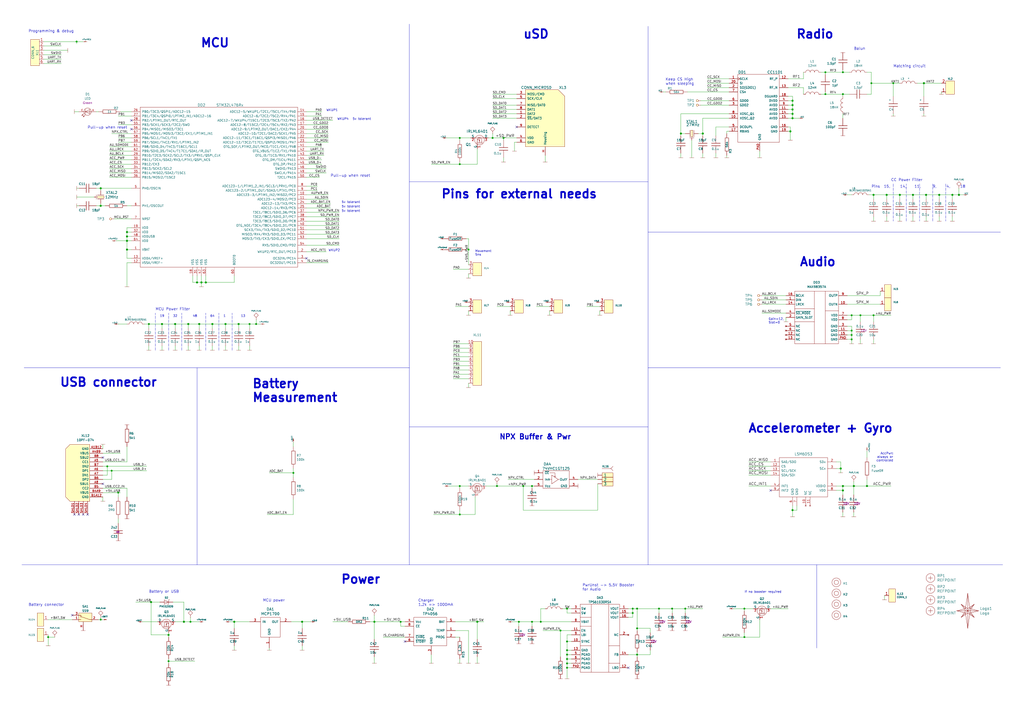
<source format=kicad_sch>
(kicad_sch (version 20230121) (generator eeschema)
  (paper "A2")
  (lib_symbols
    (symbol "Audio_kl:MAX98357"
      (property "Reference" "DD" (at -12.7 16.51 0))
      (property "Value" "MAX98357" (at 6.35 16.51 0))
      (symbol "MAX98357_1_1"
        (pin passive line (at -19.05 10.16 0) (length 5.08) (name "DIN") (number "1"))
        (pin passive line (at 16.51 7.62 180) (length 5.08) (name "OUTN") (number "10"))
        (pin power_in line (at 16.51 -7.62 180) (length 5.08) (name "GND") (number "11"))
        (pin no_connect line (at -19.05 -10.16 0) (length 5.08) (name "NC") (number "12"))
        (pin no_connect line (at -19.05 -12.7 0) (length 5.08) (name "NC") (number "13"))
        (pin passive line (at -19.05 7.62 0) (length 5.08) (name "LRCK") (number "14"))
        (pin power_in line (at 16.51 -10.16 180) (length 5.08) (name "GND") (number "15"))
        (pin passive line (at -19.05 12.7 0) (length 5.08) (name "BCLK") (number "16"))
        (pin passive line (at -19.05 0 0) (length 5.08) (name "GAIN_SLOT") (number "2"))
        (pin power_in line (at 16.51 -5.08 180) (length 5.08) (name "GND") (number "3"))
        (pin passive line (at -19.05 2.54 0) (length 5.08) (name "~{SD_MODE}") (number "4"))
        (pin no_connect line (at -19.05 -5.08 0) (length 5.08) (name "NC") (number "5"))
        (pin no_connect line (at -19.05 -7.62 0) (length 5.08) (name "NC") (number "6"))
        (pin power_in line (at 16.51 1.27 180) (length 5.08) (name "VDD") (number "7"))
        (pin power_in line (at 16.51 -1.27 180) (length 5.08) (name "VDD") (number "8"))
        (pin passive line (at 16.51 12.7 180) (length 5.08) (name "OUTP") (number "9"))
        (pin passive line (at 16.51 -12.7 180) (length 5.08) (name "GND") (number "PAD"))
      )
    )
    (symbol "BtnsSwitches:SWITCH_1P2T_housing" (pin_names (offset 1.016))
      (property "Reference" "SA" (at -2.54 8.89 0))
      (property "Value" "SWITCH_1P2T_housing" (at 2.54 6.35 0))
      (symbol "SWITCH_1P2T_housing_1_1"
        (pin passive line (at 6.35 0 180) (length 5.08) (name "~") (number "1"))
        (pin passive line (at -8.89 0 0) (length 5.08) (name "~") (number "2"))
        (pin passive line (at 6.35 2.54 180) (length 5.08) (name "~") (number "3"))
        (pin passive line (at 0 -6.35 90) (length 5.08) (name "~") (number "H"))
      )
    )
    (symbol "Connectors_kl:CONN_1" (pin_names (offset 1.016) hide)
      (property "Reference" "XL" (at -1.27 0.254 90))
      (property "Value" "CONN_1" (at 0.254 0.508 90))
      (symbol "CONN_1_1_1"
        (pin passive line (at -5.08 0 0) (length 2.54) (name "P1") (number "1"))
      )
    )
    (symbol "Connectors_kl:CONN_10" (pin_names (offset 1.016))
      (property "Reference" "XL" (at -1.27 0 90))
      (property "Value" "CONN_10" (at 1.27 0 90))
      (symbol "CONN_10_1_1"
        (pin passive line (at -5.08 11.43 0) (length 2.54) (name "~") (number "1"))
        (pin passive line (at -5.08 -11.43 0) (length 2.54) (name "~") (number "10"))
        (pin passive line (at -5.08 8.89 0) (length 2.54) (name "~") (number "2"))
        (pin passive line (at -5.08 6.35 0) (length 2.54) (name "~") (number "3"))
        (pin passive line (at -5.08 3.81 0) (length 2.54) (name "~") (number "4"))
        (pin passive line (at -5.08 1.27 0) (length 2.54) (name "~") (number "5"))
        (pin passive line (at -5.08 -1.27 0) (length 2.54) (name "~") (number "6"))
        (pin passive line (at -5.08 -3.81 0) (length 2.54) (name "~") (number "7"))
        (pin passive line (at -5.08 -6.35 0) (length 2.54) (name "~") (number "8"))
        (pin passive line (at -5.08 -8.89 0) (length 2.54) (name "~") (number "9"))
      )
    )
    (symbol "Connectors_kl:CONN_2" (pin_names (offset 1.016) hide)
      (property "Reference" "XL" (at -1.27 0 90))
      (property "Value" "CONN_2" (at 1.27 0 90))
      (symbol "CONN_2_1_1"
        (pin passive line (at -5.08 2.54 0) (length 2.54) (name "P1") (number "1"))
        (pin passive line (at -5.08 -2.54 0) (length 2.54) (name "PM") (number "2"))
      )
    )
    (symbol "Connectors_kl:CONN_3" (pin_names (offset 1.016) hide)
      (property "Reference" "XL" (at -1.27 0 90))
      (property "Value" "CONN_3" (at 1.27 0 90))
      (symbol "CONN_3_1_1"
        (pin passive line (at 5.08 2.54 180) (length 2.54) (name "P1") (number "1"))
        (pin passive line (at 5.08 0 180) (length 2.54) (name "PM") (number "2"))
        (pin passive line (at 5.08 -2.54 180) (length 2.54) (name "~") (number "3"))
      )
    )
    (symbol "Connectors_kl:CONN_6" (pin_names (offset 1.016))
      (property "Reference" "XL" (at -1.27 0 90))
      (property "Value" "CONN_6" (at 1.27 0 90))
      (symbol "CONN_6_1_1"
        (pin passive line (at -5.08 6.35 0) (length 2.54) (name "~") (number "1"))
        (pin passive line (at -5.08 3.81 0) (length 2.54) (name "~") (number "2"))
        (pin passive line (at -5.08 1.27 0) (length 2.54) (name "~") (number "3"))
        (pin passive line (at -5.08 -1.27 0) (length 2.54) (name "~") (number "4"))
        (pin passive line (at -5.08 -3.81 0) (length 2.54) (name "~") (number "5"))
        (pin passive line (at -5.08 -6.35 0) (length 2.54) (name "~") (number "6"))
      )
    )
    (symbol "Connectors_kl:CONN_MICROSD_9pin" (pin_names (offset 1.016))
      (property "Reference" "XL" (at -10.16 16.51 0))
      (property "Value" "CONN_MICROSD_9pin" (at 5.08 16.51 0))
      (symbol "CONN_MICROSD_9pin_1_1"
        (pin passive line (at 16.51 1.27 180) (length 5.08) (name "DAT2") (number "1"))
        (pin passive line (at 16.51 -1.27 180) (length 5.08) (name "~{SS}/DAT3") (number "2"))
        (pin passive line (at 16.51 12.7 180) (length 5.08) (name "MOSI/CMD") (number "3"))
        (pin power_in line (at 16.51 -12.7 180) (length 5.08) (name "VDD") (number "4"))
        (pin passive line (at 16.51 10.16 180) (length 5.08) (name "SCK/CLK") (number "5"))
        (pin power_in line (at 16.51 -15.24 180) (length 5.08) (name "GND") (number "6"))
        (pin passive line (at 16.51 6.35 180) (length 5.08) (name "MISO/DAT0") (number "7"))
        (pin passive line (at 16.51 3.81 180) (length 5.08) (name "DAT1") (number "8"))
        (pin passive line (at 16.51 -6.35 180) (length 5.08) (name "DETECT") (number "9"))
        (pin passive line (at 0 -22.86 90) (length 5.08) (name "Housing") (number "H"))
      )
    )
    (symbol "Connectors_kl:SOCKET_3" (pin_numbers hide) (pin_names (offset 1.016))
      (property "Reference" "XL" (at -1.27 7.62 0))
      (symbol "SOCKET_3_1_1"
        (pin passive line (at -5.08 2.54 0) (length 2.54) (name "1") (number "1"))
        (pin passive line (at -5.08 0 0) (length 2.54) (name "2") (number "2"))
        (pin passive line (at -5.08 -2.54 0) (length 2.54) (name "3") (number "3"))
      )
    )
    (symbol "Connectors_kl:USBC-16P"
      (property "Reference" "XL" (at -2.54 12.7 0))
      (property "Value" "USBC-16P" (at 0 10.16 0))
      (symbol "USBC-16P_1_1"
        (pin passive line (at 11.43 6.35 180) (length 7.62) (name "GND") (number "A1B12"))
        (pin passive line (at 11.43 3.81 180) (length 7.62) (name "VBUS") (number "A4B9"))
        (pin passive line (at 11.43 -1.27 180) (length 7.62) (name "CC1") (number "A5"))
        (pin passive line (at 11.43 -6.35 180) (length 7.62) (name "DP1") (number "A6"))
        (pin passive line (at 11.43 -8.89 180) (length 7.62) (name "DN1") (number "A7"))
        (pin passive line (at 11.43 -13.97 180) (length 7.62) (name "SBU1") (number "A8"))
        (pin passive line (at 11.43 -21.59 180) (length 7.62) (name "GND") (number "B1A12"))
        (pin passive line (at 11.43 -19.05 180) (length 7.62) (name "VBUS") (number "B4A9"))
        (pin passive line (at 11.43 -16.51 180) (length 7.62) (name "CC2") (number "B5"))
        (pin passive line (at 11.43 -11.43 180) (length 7.62) (name "DP2") (number "B6"))
        (pin passive line (at 11.43 -3.81 180) (length 7.62) (name "DN2") (number "B7"))
        (pin passive line (at 11.43 1.27 180) (length 7.62) (name "SBU2") (number "B8"))
        (pin passive line (at -5.08 -31.75 90) (length 7.62) (name "") (number "SHLD1"))
        (pin passive line (at -2.54 -31.75 90) (length 7.62) (name "") (number "SHLD2"))
        (pin passive line (at 0 -31.75 90) (length 7.62) (name "") (number "SHLD3"))
        (pin passive line (at 2.54 -31.75 90) (length 7.62) (name "") (number "SHLD4"))
      )
    )
    (symbol "Fuse0R_1" (pin_numbers hide) (pin_names (offset 0)) (in_bom no)
      (property "Reference" "F" (at -1.778 0 90))
      (property "Value" "Fuse0R" (at 0 0 90))
      (symbol "Fuse0R_1_1_1"
        (pin passive line (at 0 6.35 270) (length 2.54) (name "~") (number "1"))
        (pin passive line (at 0 -6.35 90) (length 2.54) (name "~") (number "2"))
      )
    )
    (symbol "Power_kl:MCP1700" (pin_names (offset 1.016))
      (property "Reference" "DA" (at 3.81 7.62 0))
      (property "Value" "MCP1700" (at -5.08 7.62 0))
      (symbol "MCP1700_1_1"
        (pin passive line (at 0 -11.43 90) (length 6.35) (name "GND") (number "1"))
        (pin power_out line (at 12.7 3.81 180) (length 6.35) (name "OUT") (number "2"))
        (pin power_in line (at -11.43 3.81 0) (length 6.35) (name "IN") (number "3"))
      )
    )
    (symbol "Power_kl:TP4056" (pin_names (offset 1.016))
      (property "Reference" "DA" (at -7.62 10.16 0))
      (property "Value" "TP4056" (at 3.81 10.16 0))
      (symbol "TP4056_1_1"
        (pin passive line (at 13.97 1.27 180) (length 5.08) (name "TEMP") (number "1"))
        (pin passive line (at 13.97 -2.54 180) (length 5.08) (name "PROG") (number "2"))
        (pin power_in line (at 0 -12.7 90) (length 5.08) (name "GND") (number "3"))
        (pin power_in line (at -15.24 6.35 0) (length 5.08) (name "Vcc") (number "4"))
        (pin passive line (at 13.97 6.35 180) (length 5.08) (name "BAT") (number "5"))
        (pin passive line (at -15.24 -5.08 0) (length 5.08) (name "~{STDBY}") (number "6"))
        (pin passive line (at -15.24 -2.54 0) (length 5.08) (name "~{CHRG}") (number "7"))
        (pin passive line (at -15.24 3.81 0) (length 5.08) (name "CE") (number "8"))
      )
    )
    (symbol "Power_kl:TPS61030RSA"
      (property "Reference" "DA" (at 8.89 21.59 0))
      (property "Value" "TPS61030RSA" (at -5.08 21.59 0))
      (symbol "TPS61030RSA_1_1"
        (pin power_out line (at 16.51 17.78 180) (length 5.08) (name "VOUT") (number "1"))
        (pin passive line (at -16.51 -1.27 0) (length 5.08) (name "SYNC") (number "10"))
        (pin passive line (at -16.51 5.08 0) (length 5.08) (name "EN") (number "11"))
        (pin passive line (at 16.51 -16.51 180) (length 5.08) (name "LBO") (number "12"))
        (pin power_in line (at -16.51 -6.35 0) (length 5.08) (name "GND") (number "13"))
        (pin passive line (at 16.51 -8.89 180) (length 5.08) (name "FB") (number "14"))
        (pin passive line (at 16.51 15.24 180) (length 5.08) (name "VOUT") (number "15"))
        (pin passive line (at 16.51 12.7 180) (length 5.08) (name "VOUT") (number "16"))
        (pin no_connect line (at 16.51 2.54 180) (length 5.08) (name "NC") (number "2"))
        (pin passive line (at -16.51 17.78 0) (length 5.08) (name "SW") (number "3"))
        (pin passive line (at -16.51 15.24 0) (length 5.08) (name "SW") (number "4"))
        (pin power_in line (at -16.51 -8.89 0) (length 5.08) (name "PGND") (number "5"))
        (pin power_in line (at -16.51 -11.43 0) (length 5.08) (name "PGND") (number "6"))
        (pin power_in line (at -16.51 -13.97 0) (length 5.08) (name "PGND") (number "7"))
        (pin power_in line (at -16.51 10.16 0) (length 5.08) (name "VBAT") (number "8"))
        (pin passive line (at -16.51 2.54 0) (length 5.08) (name "LBI") (number "9"))
        (pin power_in line (at -16.51 -16.51 0) (length 5.08) (name "PGND") (number "PAD"))
      )
    )
    (symbol "REFPOINT_1" (pin_names (offset 1.016)) (in_bom no)
      (property "Reference" "RP" (at 17.78 0 0))
      (property "Value" "REFPOINT" (at 8.89 0 0))
      (symbol "REFPOINT_1_1_1"
        (pin no_connect line (at -1.27 0 0) (length 2.54) hide (name "~") (number "REF"))
      )
    )
    (symbol "RF_ICs:CC1101" (pin_names (offset 1.016))
      (property "Reference" "DD" (at -11.43 20.32 0))
      (property "Value" "CC1101" (at 7.62 20.32 0))
      (symbol "CC1101_1_1"
        (pin passive clock (at -19.05 16.51 0) (length 5.08) (name "SCLK") (number "1"))
        (pin passive line (at -19.05 -6.35 0) (length 5.08) (name "XOSC_Q2") (number "10"))
        (pin power_in line (at 15.24 -1.27 180) (length 5.08) (name "AVDD") (number "11"))
        (pin output line (at 15.24 16.51 180) (length 5.08) (name "RF_P") (number "12"))
        (pin output line (at 15.24 11.43 180) (length 5.08) (name "RF_N") (number "13"))
        (pin power_in line (at 15.24 -3.81 180) (length 5.08) (name "AVDD") (number "14"))
        (pin power_in line (at 15.24 -6.35 180) (length 5.08) (name "AVDD") (number "15"))
        (pin power_in line (at 15.24 -11.43 180) (length 5.08) (name "GND") (number "16"))
        (pin passive line (at -19.05 -13.97 0) (length 5.08) (name "RBIAS") (number "17"))
        (pin passive line (at 15.24 6.35 180) (length 5.08) (name "DGUARD") (number "18"))
        (pin power_in line (at 15.24 -13.97 180) (length 5.08) (name "GND") (number "19"))
        (pin passive line (at -19.05 11.43 0) (length 5.08) (name "SO(GDO1)") (number "2"))
        (pin passive line (at -19.05 13.97 0) (length 5.08) (name "SI") (number "20"))
        (pin passive line (at -19.05 1.27 0) (length 5.08) (name "GDO2") (number "3"))
        (pin power_in line (at 15.24 3.81 180) (length 5.08) (name "DVDD") (number "4"))
        (pin passive line (at -19.05 -11.43 0) (length 5.08) (name "DCOUPL") (number "5"))
        (pin passive line (at -19.05 3.81 0) (length 5.08) (name "GDO0") (number "6"))
        (pin passive line (at -19.05 8.89 0) (length 5.08) (name "CSn") (number "7"))
        (pin passive line (at -19.05 -3.81 0) (length 5.08) (name "XOSC_Q1") (number "8"))
        (pin power_in line (at 15.24 1.27 180) (length 5.08) (name "AVDD") (number "9"))
        (pin power_in line (at -1.27 -25.4 90) (length 5.08) (name "GND") (number "PAD"))
      )
    )
    (symbol "Sensors:LSM6DS3" (pin_names (offset 1.016))
      (property "Value" "LSM6DS3" (at -7.62 12.7 0))
      (property "Price" "124" (at 13.97 17.78 0))
      (symbol "LSM6DS3_1_1"
        (pin passive line (at -19.05 8.89 0) (length 5.08) (name "SA0/SDO") (number "1"))
        (pin no_connect line (at 1.27 -16.51 90) (length 5.08) (name "NC") (number "10"))
        (pin no_connect line (at 3.81 -16.51 90) (length 5.08) (name "NC") (number "11"))
        (pin passive line (at -19.05 6.35 0) (length 5.08) (name "CS") (number "12"))
        (pin passive line (at -19.05 3.81 0) (length 5.08) (name "SCL/SCK") (number "13"))
        (pin passive line (at -19.05 1.27 0) (length 5.08) (name "SDA/SDI") (number "14"))
        (pin passive line (at 19.05 8.89 180) (length 5.08) (name "SDx") (number "2"))
        (pin passive line (at 19.05 5.08 180) (length 5.08) (name "SCx") (number "3"))
        (pin passive output_low (at -19.05 -5.08 0) (length 5.08) (name "INT1") (number "4"))
        (pin power_in line (at 19.05 -5.08 180) (length 5.08) (name "VDDIO") (number "5"))
        (pin power_in line (at -6.35 -16.51 90) (length 5.08) (name "GND") (number "6"))
        (pin power_in line (at -3.81 -16.51 90) (length 5.08) (name "GND") (number "7"))
        (pin power_in line (at 19.05 -7.62 180) (length 5.08) (name "VDD") (number "8"))
        (pin passive output_low (at -19.05 -7.62 0) (length 5.08) (name "INT2") (number "9"))
      )
    )
    (symbol "Tittar_kl:C" (pin_numbers hide) (pin_names (offset 0.254))
      (property "Reference" "C" (at -2.54 -2.54 0))
      (property "Value" "C" (at -2.54 2.54 0))
      (property "Voltage" "10V" (at 0 0 0))
      (symbol "C_1_1"
        (pin passive line (at 0 5.08 270) (length 4.318) (name "~") (number "1"))
        (pin passive line (at 0 -5.08 90) (length 4.318) (name "~") (number "2"))
      )
    )
    (symbol "Tittar_kl:CRYSTAL_H" (pin_numbers hide) (pin_names (offset 1.016) hide)
      (property "Reference" "XTAL" (at 0 6.985 0))
      (property "Value" "CRYSTAL_H" (at 0.635 5.08 0))
      (symbol "CRYSTAL_H_1_1"
        (pin passive line (at -3.81 0 0) (length 2.54) (name "1") (number "1"))
        (pin passive line (at 3.81 0 180) (length 2.54) (name "2") (number "2"))
        (pin passive line (at 0 -3.81 90) (length 1.27) (name "H") (number "H"))
      )
    )
    (symbol "Tittar_kl:D_Shottky" (pin_numbers hide) (pin_names (offset 1.016) hide)
      (property "Reference" "D" (at 0 2.54 0))
      (property "Value" "D_Shottky" (at 0 -2.54 0))
      (symbol "D_Shottky_1_1"
        (pin passive line (at -3.81 0 0) (length 2.54) (name "~") (number "A"))
        (pin passive line (at 3.81 0 180) (length 2.54) (name "~") (number "C"))
      )
    )
    (symbol "Tittar_kl:Fuse0R" (pin_numbers hide) (pin_names (offset 0)) (in_bom no)
      (property "Reference" "F" (at -1.778 0 90))
      (property "Value" "Fuse0R" (at 0 0 90))
      (symbol "Fuse0R_1_1"
        (pin passive line (at 0 6.35 270) (length 2.54) (name "~") (number "1"))
        (pin passive line (at 0 -6.35 90) (length 2.54) (name "~") (number "2"))
      )
    )
    (symbol "Tittar_kl:L" (pin_numbers hide) (pin_names (offset 1.016) hide)
      (property "Reference" "L" (at -2.54 -3.556 90))
      (property "Value" "L" (at -2.54 0 90))
      (symbol "L_1_1"
        (pin passive line (at 0 5.08 270) (length 1.27) (name "1") (number "1"))
        (pin passive line (at 0 -5.08 90) (length 1.27) (name "2") (number "2"))
      )
    )
    (symbol "Tittar_kl:LED" (pin_names (offset 1.016) hide)
      (property "Reference" "D" (at 2.54 3.556 0))
      (property "Value" "LED" (at -2.032 3.556 0))
      (property "Color" "Green" (at 0 -3.81 0))
      (symbol "LED_1_1"
        (pin passive line (at -5.08 0 0) (length 3.81) (name "A") (number "A"))
        (pin passive line (at 5.08 0 180) (length 3.81) (name "C") (number "C"))
      )
    )
    (symbol "Tittar_kl:R" (pin_numbers hide) (pin_names (offset 0))
      (property "Reference" "R" (at 2.032 -3.81 90))
      (property "Value" "R" (at 0 0 90))
      (symbol "R_1_1"
        (pin passive line (at 0 6.35 270) (length 2.54) (name "~") (number "1"))
        (pin passive line (at 0 -6.35 90) (length 2.54) (name "~") (number "2"))
      )
    )
    (symbol "Transistors_kl:P_3PIN" (pin_names (offset 0))
      (property "Reference" "Q" (at 3.81 -3.81 0))
      (property "Value" "P_3PIN" (at 0 5.08 0))
      (symbol "P_3PIN_1_1"
        (pin passive line (at -1.27 -5.08 90) (length 2.54) (name "G") (number "1"))
        (pin passive line (at -5.08 1.27 0) (length 2.54) (name "S") (number "2"))
        (pin passive line (at 5.08 1.27 180) (length 2.54) (name "D") (number "3"))
      )
    )
    (symbol "pcb_details:HOLE_NO_METAL" (in_bom no)
      (property "Reference" "H" (at 3.81 0 0))
    )
    (symbol "pcb_details:Logo" (pin_names (offset 1.016))
      (property "Reference" "Logo" (at -2.54 11.43 0))
      (property "Value" "Logo" (at 5.08 11.43 0))
    )
    (symbol "pcb_details:REFPOINT" (pin_names (offset 1.016)) (in_bom no)
      (property "Reference" "RP" (at 17.78 0 0))
      (property "Value" "REFPOINT" (at 8.89 0 0))
      (symbol "REFPOINT_1_1"
        (pin no_connect line (at -1.27 0 0) (length 2.54) hide (name "~") (number "REF"))
      )
    )
    (symbol "pcb_details:TESTPOINT" (pin_numbers hide) (pin_names (offset 1.016)) (in_bom no)
      (property "Reference" "TP" (at -5.715 0 0))
      (symbol "TESTPOINT_1_1"
        (pin passive line (at 0 0 180) (length 1.27) (name "~") (number "1"))
      )
    )
    (symbol "power:+3v3" (power) (pin_names (offset 0))
      (property "Value" "+3v3" (at 3.81 0 0))
      (symbol "+3v3_0_0"
        (pin power_in line (at 0 0 90) (length 0) hide (name "+3v3") (number "1"))
      )
    )
    (symbol "power:+BATT" (power) (pin_names (offset 0))
      (property "Value" "+BATT" (at 2.032 0.762 0))
      (symbol "+BATT_0_0"
        (pin power_in line (at 0 0 90) (length 0) hide (name "+BATT") (number "1"))
      )
    )
    (symbol "power:+PwrMCU" (power) (pin_names (offset 0))
      (property "Value" "+PwrMCU" (at 1.778 0.762 0))
      (symbol "+PwrMCU_0_0"
        (pin power_in line (at 0 0 90) (length 0) hide (name "+PwrMCU") (number "1"))
      )
    )
    (symbol "power:+PwrUnst" (power) (pin_names (offset 0))
      (property "Value" "+PwrUnst" (at 2.032 0.762 0))
      (symbol "+PwrUnst_0_0"
        (pin power_in line (at 0 0 90) (length 0) hide (name "+PwrUnst") (number "1"))
      )
    )
    (symbol "power:GND" (power) (pin_names (offset 0.254))
      (symbol "GND_1_1"
        (pin power_in line (at 0 0 270) (length 0) hide (name "GND") (number "1"))
      )
    )
    (symbol "power:PWR_FLAG" (power) (pin_numbers hide) (pin_names (offset 0) hide)
      (property "Value" "PWR_FLAG" (at 0 5.08 0))
      (symbol "PWR_FLAG_0_0"
        (pin power_out line (at 0 0 90) (length 0) (name "pwr") (number "1"))
      )
    )
    (symbol "power:VCC" (power) (pin_names (offset 0))
      (property "Value" "VCC" (at 1.778 0.762 0))
      (symbol "VCC_0_0"
        (pin power_in line (at 0 0 90) (length 0) hide (name "VCC") (number "1"))
      )
    )
    (symbol "st_kl:STM32L476Rx" (pin_names (offset 1.016))
      (property "Reference" "DD" (at -11.43 39.37 0))
      (property "Value" "STM32L476Rx" (at 5.08 39.37 0))
      (symbol "STM32L476Rx_1_1"
        (pin power_in line (at -52.07 -44.45 0) (length 5.08) (name "VBAT") (number "1"))
        (pin passive line (at 49.53 -12.7 180) (length 5.08) (name "ADC123-3/LPTIM1_IN2/MISO2/PC2") (number "10"))
        (pin passive line (at 49.53 -15.24 180) (length 5.08) (name "ADC123-4/MOSI2/PC3") (number "11"))
        (pin power_in line (at -52.07 -52.07 0) (length 5.08) (name "VSSA/VREF-") (number "12"))
        (pin power_in line (at -52.07 -49.53 0) (length 5.08) (name "VDDA/VREF+") (number "13"))
        (pin passive line (at 49.53 35.56 180) (length 5.08) (name "ADC12-5/WKUP1/T2C1/T5C1/TX4/PA0") (number "14"))
        (pin passive line (at 49.53 33.02 180) (length 5.08) (name "ADC12-6/T2C2/T5C2/RX4/PA1") (number "15"))
        (pin passive line (at 49.53 30.48 180) (length 5.08) (name "ADC12-7/WKUP4/T15C1/T2C3/T5C3/TX2/PA2") (number "16"))
        (pin passive line (at 49.53 27.94 180) (length 5.08) (name "ADC12-8/T15C2/T2C4/T5C4/RX2/PA3") (number "17"))
        (pin power_in line (at -16.51 -59.69 90) (length 5.08) (name "VSS") (number "18"))
        (pin power_in line (at -52.07 -31.75 0) (length 5.08) (name "VDD") (number "19"))
        (pin passive line (at 49.53 -45.72 180) (length 5.08) (name "WKUP2/RTC_OUT/PC13") (number "2"))
        (pin passive line (at 49.53 25.4 180) (length 5.08) (name "ADC12-9/LPTIM2_OUT/DAC1/CK2/PA4") (number "20"))
        (pin passive line (at 49.53 22.86 180) (length 5.08) (name "ADC12-10/T2C1/DAC2/SCK1/PA5") (number "21"))
        (pin passive line (at 49.53 20.32 180) (length 5.08) (name "ADC12-11/T3C1/T16C1/QSPI3/MISO1/PA6") (number "22"))
        (pin passive line (at 49.53 17.78 180) (length 5.08) (name "ADC12-12/T3C2/T17C1/QSPI2/MOSI1/PA7") (number "23"))
        (pin passive line (at 49.53 -17.78 180) (length 5.08) (name "ADC12-13/TX3/PC4") (number "24"))
        (pin passive line (at 49.53 -20.32 180) (length 5.08) (name "ADC12-14/RX3/PC5") (number "25"))
        (pin passive line (at -52.07 35.56 0) (length 5.08) (name "PB0/T3C3/QSPI1/ADC12-15") (number "26"))
        (pin passive line (at -52.07 33.02 0) (length 5.08) (name "PB1/T3C4/QSPI0/LPTIM2_IN1/ADC12-16") (number "27"))
        (pin passive line (at -52.07 30.48 0) (length 5.08) (name "PB2/LPTIM1_OUT/RTC_OUT") (number "28"))
        (pin passive line (at -52.07 10.16 0) (length 5.08) (name "PB10/T2C3/SCK2/SCL2/TX3/LPRX1/QSPI_CLK") (number "29"))
        (pin passive line (at 49.53 -49.53 180) (length 5.08) (name "OC32IN/PC14") (number "3"))
        (pin passive line (at -52.07 7.62 0) (length 5.08) (name "PB11/T2C4/SDA2/RX3/LPTX1/QSPI_NCS") (number "30"))
        (pin power_in line (at -13.97 -59.69 90) (length 5.08) (name "VSS") (number "31"))
        (pin power_in line (at -52.07 -34.29 0) (length 5.08) (name "VDD") (number "32"))
        (pin passive line (at -52.07 5.08 0) (length 5.08) (name "PB12/CK3") (number "33"))
        (pin passive line (at -52.07 2.54 0) (length 5.08) (name "PB13/SCK2/SCL2") (number "34"))
        (pin passive line (at -52.07 0 0) (length 5.08) (name "PB14/MISO2/SDA2/T15C1") (number "35"))
        (pin passive line (at -52.07 -2.54 0) (length 5.08) (name "PB15/MOSI2/T15C2") (number "36"))
        (pin passive line (at 49.53 -22.86 180) (length 5.08) (name "T3C1/T8C1/SDIO_D6/PC6") (number "37"))
        (pin passive line (at 49.53 -25.4 180) (length 5.08) (name "T3C2/T8C2/SDIO_D7/PC7") (number "38"))
        (pin passive line (at 49.53 -27.94 180) (length 5.08) (name "T3C3/T8C3/SDIO_D0/PC8") (number "39"))
        (pin passive line (at 49.53 -52.07 180) (length 5.08) (name "OC32OUT/PC15") (number "4"))
        (pin passive line (at 49.53 -30.48 180) (length 5.08) (name "OTG_NOE/T3C4/T8C4/SDIO_D1/PC9") (number "40"))
        (pin passive line (at 49.53 15.24 180) (length 5.08) (name "OTG_SOF/LPTIM2_OUT/MCO/T1C1/CK1/PA8") (number "41"))
        (pin passive line (at 49.53 12.7 180) (length 5.08) (name "OTG_VBUS/T1C2/TX1/PA9") (number "42"))
        (pin passive line (at 49.53 10.16 180) (length 5.08) (name "OTG_ID/T1C3/RX1/PA10") (number "43"))
        (pin passive line (at 49.53 7.62 180) (length 5.08) (name "OTG_DM/T1C4/PA11") (number "44"))
        (pin passive line (at 49.53 5.08 180) (length 5.08) (name "OTG_DP/PA12") (number "45"))
        (pin passive line (at 49.53 2.54 180) (length 5.08) (name "SWDIO/PA13") (number "46"))
        (pin power_in line (at -11.43 -59.69 90) (length 5.08) (name "VSS") (number "47"))
        (pin power_in line (at -52.07 -36.83 0) (length 5.08) (name "VDDUSB") (number "48"))
        (pin passive line (at 49.53 0 180) (length 5.08) (name "SWCLK/PA14") (number "49"))
        (pin passive line (at -52.07 -8.89 0) (length 5.08) (name "PH0/OSCIN") (number "5"))
        (pin passive line (at 49.53 -2.54 180) (length 5.08) (name "T2C1/PA15") (number "50"))
        (pin passive line (at 49.53 -33.02 180) (length 5.08) (name "SCK3/TX4/TX3/SDIO_D2/PC10") (number "51"))
        (pin passive line (at 49.53 -35.56 180) (length 5.08) (name "MISO3/RX4/RX3/SDIO_D3/PC11") (number "52"))
        (pin passive line (at 49.53 -38.1 180) (length 5.08) (name "MOSI3/TX5/CK3/SDIO_CK/PC12") (number "53"))
        (pin passive line (at 49.53 -41.91 180) (length 5.08) (name "RX5/SDIO_CMD/PD2") (number "54"))
        (pin passive line (at -52.07 27.94 0) (length 5.08) (name "PB3/SCK1/SCK3/T2C2/SWO") (number "55"))
        (pin passive line (at -52.07 25.4 0) (length 5.08) (name "PB4/MISO1/MISO3/T3C1") (number "56"))
        (pin passive line (at -52.07 22.86 0) (length 5.08) (name "PB5/MOSI1/MOSI3/T3C2/CK1/LPTIM1_IN1") (number "57"))
        (pin passive line (at -52.07 20.32 0) (length 5.08) (name "PB6/SCL1/T4C1/TX1") (number "58"))
        (pin passive line (at -52.07 17.78 0) (length 5.08) (name "PB7/SDA1/T4C2/RX1/LPTIM1_IN2") (number "59"))
        (pin passive line (at -52.07 -19.05 0) (length 5.08) (name "PH1/OSCOUT") (number "6"))
        (pin passive line (at 7.62 -59.69 90) (length 5.08) (name "BOOT0") (number "60"))
        (pin passive line (at -52.07 15.24 0) (length 5.08) (name "PB8/SDIO_D4/T4C3/T16C1/SCL1") (number "61"))
        (pin passive line (at -52.07 12.7 0) (length 5.08) (name "PB9/SDIO_D5/T4C4/T17C1/SDA1/IR_OUT") (number "62"))
        (pin power_in line (at -8.89 -59.69 90) (length 5.08) (name "VSS") (number "63"))
        (pin power_in line (at -52.07 -39.37 0) (length 5.08) (name "VDD") (number "64"))
        (pin passive line (at -52.07 -26.67 0) (length 5.08) (name "NRST") (number "7"))
        (pin passive line (at 49.53 -7.62 180) (length 5.08) (name "ADC123-1/LPTIM1_2_IN1/SCL3/LPRX1/PC0") (number "8"))
        (pin passive line (at 49.53 -10.16 180) (length 5.08) (name "ADC123-2/LPTIM1_OUT/SDA3/LPTX1/PC1") (number "9"))
      )
    )
    (symbol "standard_logic:1xBUF_W3STATE" (pin_names (offset 1.016))
      (property "Reference" "DA" (at -5.715 6.35 0))
      (property "Value" "1xBUF_W3STATE" (at 5.08 6.35 0))
      (symbol "1xBUF_W3STATE_1_1"
        (pin passive line (at -11.43 3.81 0) (length 5.08) (name "~{OE}") (number "1"))
        (pin passive line (at -11.43 0 0) (length 5.08) (name "InA") (number "2"))
        (pin power_in line (at 13.97 -3.81 180) (length 5.08) (name "GND") (number "3"))
        (pin passive line (at 13.97 0 180) (length 5.08) (name "OutY") (number "4"))
        (pin power_in line (at -11.43 -3.81 0) (length 5.08) (name "Vcc") (number "5"))
      )
    )
  )
  (junction (at 217.17 360.68) (diameter 1.016))
  (junction (at 58.42 359.41))
  (junction (at 495.3 281.94) (diameter 1.016))
  (junction (at 502.92 281.94) (diameter 1.016))
  (junction (at 535.94 48.26) (diameter 1.016))
  (junction (at 266.7 281.94))
  (junction (at 458.47 76.2) (diameter 1.016))
  (junction (at 73.66 139.7) (diameter 1.016))
  (junction (at 123.19 187.96) (diameter 1.016))
  (junction (at 389.89 353.06))
  (junction (at 328.93 353.06))
  (junction (at 119.38 163.83) (diameter 1.016))
  (junction (at 308.61 360.68))
  (junction (at 292.1 80.01))
  (junction (at 328.93 372.11))
  (junction (at 110.49 360.68) (diameter 0.9144))
  (junction (at 459.74 58.42) (diameter 1.016))
  (junction (at 494.03 194.31) (diameter 0.9144))
  (junction (at 266.7 95.25))
  (junction (at 106.68 360.68) (diameter 1.016))
  (junction (at 115.57 187.96) (diameter 1.016))
  (junction (at 537.21 113.03) (diameter 1.016))
  (junction (at 27.94 369.57))
  (junction (at 328.93 384.81))
  (junction (at 285.75 80.01))
  (junction (at 328.93 379.73))
  (junction (at 175.26 360.68) (diameter 1.016))
  (junction (at 135.89 360.68) (diameter 1.016))
  (junction (at 44.45 24.13))
  (junction (at 459.74 68.58) (diameter 1.016))
  (junction (at 394.97 77.47) (diameter 1.016))
  (junction (at 521.97 113.03) (diameter 1.016))
  (junction (at 266.7 298.45))
  (junction (at 506.73 113.03) (diameter 1.016))
  (junction (at 382.27 353.06))
  (junction (at 109.22 187.96) (diameter 1.016))
  (junction (at 73.66 134.62) (diameter 1.016))
  (junction (at 68.58 285.75))
  (junction (at 313.69 360.68))
  (junction (at 170.18 274.32))
  (junction (at 459.74 66.04) (diameter 1.016))
  (junction (at 308.61 281.94))
  (junction (at 130.81 187.96) (diameter 1.016))
  (junction (at 499.11 182.88) (diameter 0.9144))
  (junction (at 288.29 281.94))
  (junction (at 148.59 187.96))
  (junction (at 556.26 113.03) (diameter 1.016))
  (junction (at 93.98 187.96) (diameter 1.016))
  (junction (at 86.36 187.96))
  (junction (at 487.68 271.78) (diameter 1.016))
  (junction (at 369.57 364.49))
  (junction (at 407.67 77.47) (diameter 1.016))
  (junction (at 367.03 355.6))
  (junction (at 529.59 113.03) (diameter 1.016))
  (junction (at 138.43 187.96) (diameter 1.016))
  (junction (at 397.51 353.06))
  (junction (at 62.23 270.51) (diameter 0.9144))
  (junction (at 369.57 353.06))
  (junction (at 328.93 377.19))
  (junction (at 369.57 379.73))
  (junction (at 101.6 187.96) (diameter 1.016))
  (junction (at 303.53 281.94))
  (junction (at 494.03 191.77) (diameter 0.9144))
  (junction (at 328.93 387.35))
  (junction (at 116.84 163.83) (diameter 1.016))
  (junction (at 114.3 163.83) (diameter 1.016))
  (junction (at 552.45 113.03) (diameter 1.016))
  (junction (at 459.74 63.5) (diameter 1.016))
  (junction (at 494.03 182.88) (diameter 0.9144))
  (junction (at 506.73 182.88))
  (junction (at 518.16 48.26))
  (junction (at 97.79 368.3) (diameter 1.016))
  (junction (at 459.74 295.91) (diameter 1.016))
  (junction (at 325.12 365.76))
  (junction (at 271.78 144.78))
  (junction (at 64.77 273.05) (diameter 0.9144))
  (junction (at 73.66 137.16) (diameter 1.016))
  (junction (at 367.03 353.06))
  (junction (at 232.41 360.68))
  (junction (at 488.95 281.94) (diameter 1.016))
  (junction (at 266.7 80.01))
  (junction (at 97.79 383.54))
  (junction (at 488.95 54.61))
  (junction (at 144.78 187.96))
  (junction (at 328.93 382.27))
  (junction (at 73.66 144.78) (diameter 1.016))
  (junction (at 505.46 48.26))
  (junction (at 478.79 54.61))
  (junction (at 300.99 360.68))
  (junction (at 544.83 113.03) (diameter 1.016))
  (junction (at 58.42 119.38) (diameter 1.016))
  (junction (at 431.8 369.57))
  (junction (at 494.03 196.85) (diameter 0.9144))
  (junction (at 431.8 353.06))
  (junction (at 459.74 60.96) (diameter 1.016))
  (junction (at 276.86 360.68) (diameter 1.016))
  (junction (at 514.35 113.03) (diameter 1.016))
  (junction (at 87.63 349.25) (diameter 1.016))
  (junction (at 488.95 284.48) (diameter 1.016))
  (junction (at 58.42 109.22) (diameter 1.016))
  (junction (at 488.95 41.91))
  (junction (at 478.79 41.91))
  (no_connect (at 59.69 265.43))
  (no_connect (at 447.04 284.48))
  (no_connect (at 76.2 69.85))
  (no_connect (at 41.91 356.87))
  (no_connect (at 364.49 387.35))
  (no_connect (at 59.69 280.67))
  (no_connect (at 43.18 298.45))
  (no_connect (at 177.8 149.86))
  (no_connect (at 48.26 298.45))
  (no_connect (at 76.2 74.93))
  (no_connect (at 299.72 73.66))
  (no_connect (at 50.8 298.45))
  (no_connect (at 45.72 298.45))
  (no_connect (at 234.95 372.11))
  (wire (pts (xy 27.94 369.57) (xy 31.75 369.57)))
  (wire (pts (xy 478.79 54.61) (xy 488.95 54.61)))
  (wire (pts (xy 177.8 67.31) (xy 186.69 67.31)))
  (wire (pts (xy 340.36 177.8) (xy 347.98 177.8)))
  (wire (pts (xy 311.15 177.8) (xy 318.77 177.8)))
  (wire (pts (xy 264.16 369.57) (xy 266.7 369.57)))
  (wire (pts (xy 55.88 109.22) (xy 58.42 109.22)))
  (wire (pts (xy 271.78 144.78) (xy 271.78 153.67)))
  (wire (pts (xy 447.04 275.59) (xy 434.34 275.59)))
  (wire (pts (xy 93.98 187.96) (xy 86.36 187.96)))
  (wire (pts (xy 328.93 353.06) (xy 331.47 353.06)))
  (wire (pts (xy 434.34 267.97) (xy 447.04 267.97)))
  (wire (pts (xy 303.53 295.91) (xy 346.71 295.91)))
  (wire (pts (xy 398.78 53.34) (xy 422.91 53.34)))
  (wire (pts (xy 494.03 196.85) (xy 494.03 199.39)))
  (wire (pts (xy 328.93 379.73) (xy 331.47 379.73)))
  (wire (pts (xy 457.2 68.58) (xy 459.74 68.58)))
  (wire (pts (xy 407.67 77.47) (xy 407.67 68.58)))
  (wire (pts (xy 148.59 185.42) (xy 148.59 187.96)))
  (wire (pts (xy 491.49 191.77) (xy 494.03 191.77)))
  (wire (pts (xy 130.81 187.96) (xy 138.43 187.96)))
  (wire (pts (xy 116.84 160.02) (xy 116.84 163.83)))
  (wire (pts (xy 177.8 138.43) (xy 196.85 138.43)))
  (wire (pts (xy 68.58 187.96) (xy 73.66 187.96)))
  (wire (pts (xy 177.8 102.87) (xy 185.42 102.87)))
  (wire (pts (xy 407.67 88.9) (xy 407.67 91.44)))
  (polyline (pts (xy 90.17 203.2) (xy 90.17 181.61)) (stroke (width 0) (type dash)))
  (wire (pts (xy 116.84 163.83) (xy 119.38 163.83)))
  (wire (pts (xy 177.8 85.09) (xy 186.69 85.09)))
  (wire (pts (xy 295.91 180.34) (xy 295.91 182.88)))
  (wire (pts (xy 369.57 364.49) (xy 377.19 364.49)))
  (wire (pts (xy 266.7 93.98) (xy 266.7 95.25)))
  (wire (pts (xy 175.26 360.68) (xy 175.26 364.49)))
  (wire (pts (xy 266.7 298.45) (xy 275.59 298.45)))
  (wire (pts (xy 397.51 77.47) (xy 394.97 77.47)))
  (wire (pts (xy 35.56 26.67) (xy 25.4 26.67)))
  (wire (pts (xy 457.2 60.96) (xy 459.74 60.96)))
  (wire (pts (xy 347.98 180.34) (xy 347.98 182.88)))
  (wire (pts (xy 328.93 355.6) (xy 328.93 353.06)))
  (wire (pts (xy 111.76 160.02) (xy 111.76 163.83)))
  (wire (pts (xy 86.36 190.5) (xy 86.36 187.96)))
  (wire (pts (xy 59.69 267.97) (xy 73.66 267.97)))
  (wire (pts (xy 260.35 281.94) (xy 266.7 281.94)))
  (wire (pts (xy 535.94 48.26) (xy 546.1 48.26)))
  (wire (pts (xy 425.45 353.06) (xy 431.8 353.06)))
  (wire (pts (xy 58.42 119.38) (xy 60.96 119.38)))
  (wire (pts (xy 109.22 200.66) (xy 109.22 203.2)))
  (wire (pts (xy 170.18 256.54) (xy 170.18 259.08)))
  (wire (pts (xy 367.03 353.06) (xy 369.57 353.06)))
  (wire (pts (xy 133.35 360.68) (xy 135.89 360.68)))
  (wire (pts (xy 170.18 289.56) (xy 170.18 298.45)))
  (wire (pts (xy 300.99 360.68) (xy 300.99 363.22)))
  (wire (pts (xy 488.95 41.91) (xy 492.76 41.91)))
  (wire (pts (xy 97.79 368.3) (xy 97.79 369.57)))
  (wire (pts (xy 389.89 353.06) (xy 389.89 355.6)))
  (polyline (pts (xy 105.41 203.2) (xy 105.41 181.61)) (stroke (width 0) (type dash)))
  (wire (pts (xy 59.69 262.89) (xy 69.85 262.89)))
  (wire (pts (xy 270.51 144.78) (xy 271.78 144.78)))
  (wire (pts (xy 491.49 185.42) (xy 494.03 185.42)))
  (wire (pts (xy 441.96 176.53) (xy 455.93 176.53)))
  (wire (pts (xy 328.93 384.81) (xy 331.47 384.81)))
  (wire (pts (xy 488.95 281.94) (xy 488.95 284.48)))
  (wire (pts (xy 488.95 281.94) (xy 495.3 281.94)))
  (wire (pts (xy 369.57 353.06) (xy 382.27 353.06)))
  (wire (pts (xy 73.66 139.7) (xy 73.66 144.78)))
  (wire (pts (xy 190.5 152.4) (xy 177.8 152.4)))
  (wire (pts (xy 73.66 149.86) (xy 76.2 149.86)))
  (wire (pts (xy 63.5 85.09) (xy 76.2 85.09)))
  (wire (pts (xy 506.73 182.88) (xy 516.89 182.88)))
  (wire (pts (xy 369.57 379.73) (xy 369.57 381)))
  (wire (pts (xy 457.2 76.2) (xy 458.47 76.2)))
  (wire (pts (xy 177.8 69.85) (xy 193.04 69.85)))
  (wire (pts (xy 59.69 273.05) (xy 64.77 273.05)))
  (wire (pts (xy 190.5 115.57) (xy 177.8 115.57)))
  (wire (pts (xy 35.56 34.29) (xy 25.4 34.29)))
  (wire (pts (xy 397.51 353.06) (xy 397.51 355.6)))
  (wire (pts (xy 119.38 163.83) (xy 119.38 160.02)))
  (wire (pts (xy 495.3 279.4) (xy 495.3 281.94)))
  (wire (pts (xy 73.66 283.21) (xy 73.66 288.29)))
  (wire (pts (xy 119.38 163.83) (xy 135.89 163.83)))
  (wire (pts (xy 487.68 267.97) (xy 487.68 271.78)))
  (wire (pts (xy 63.5 95.25) (xy 76.2 95.25)))
  (wire (pts (xy 82.55 360.68) (xy 91.44 360.68)))
  (wire (pts (xy 43.18 64.77) (xy 45.72 64.77)))
  (wire (pts (xy 415.29 73.66) (xy 415.29 78.74)))
  (wire (pts (xy 504.19 113.03) (xy 506.73 113.03)))
  (wire (pts (xy 441.96 173.99) (xy 455.93 173.99)))
  (polyline (pts (xy 119.38 203.2) (xy 119.38 181.61)) (stroke (width 0) (type dash)))
  (wire (pts (xy 502.92 54.61) (xy 505.46 54.61)))
  (wire (pts (xy 177.8 92.71) (xy 186.69 92.71)))
  (wire (pts (xy 100.33 349.25) (xy 106.68 349.25)))
  (wire (pts (xy 177.8 142.24) (xy 196.85 142.24)))
  (wire (pts (xy 434.34 270.51) (xy 447.04 270.51)))
  (wire (pts (xy 382.27 353.06) (xy 389.89 353.06)))
  (wire (pts (xy 407.67 68.58) (xy 422.91 68.58)))
  (wire (pts (xy 364.49 379.73) (xy 369.57 379.73)))
  (wire (pts (xy 462.28 295.91) (xy 459.74 295.91)))
  (wire (pts (xy 514.35 113.03) (xy 521.97 113.03)))
  (wire (pts (xy 457.2 55.88) (xy 459.74 55.88)))
  (wire (pts (xy 505.46 48.26) (xy 505.46 54.61)))
  (wire (pts (xy 68.58 82.55) (xy 76.2 82.55)))
  (wire (pts (xy 494.03 191.77) (xy 494.03 194.31)))
  (wire (pts (xy 76.2 102.87) (xy 63.5 102.87)))
  (wire (pts (xy 44.45 114.3) (xy 54.61 114.3)))
  (wire (pts (xy 303.53 281.94) (xy 303.53 295.91)))
  (wire (pts (xy 106.68 349.25) (xy 106.68 360.68)))
  (wire (pts (xy 410.21 50.8) (xy 422.91 50.8)))
  (wire (pts (xy 266.7 384.81) (xy 266.7 382.27)))
  (wire (pts (xy 552.45 113.03) (xy 556.26 113.03)))
  (wire (pts (xy 144.78 187.96) (xy 138.43 187.96)))
  (wire (pts (xy 170.18 274.32) (xy 170.18 271.78)))
  (wire (pts (xy 506.73 113.03) (xy 514.35 113.03)))
  (wire (pts (xy 325.12 365.76) (xy 331.47 365.76)))
  (wire (pts (xy 367.03 355.6) (xy 367.03 353.06)))
  (wire (pts (xy 502.92 278.13) (xy 502.92 281.94)))
  (wire (pts (xy 394.97 77.47) (xy 394.97 78.74)))
  (wire (pts (xy 466.09 50.8) (xy 457.2 50.8)))
  (wire (pts (xy 335.28 278.13) (xy 346.71 278.13)))
  (wire (pts (xy 298.45 82.55) (xy 299.72 82.55)))
  (wire (pts (xy 177.8 82.55) (xy 190.5 82.55)))
  (wire (pts (xy 394.97 88.9) (xy 394.97 91.44)))
  (wire (pts (xy 458.47 81.28) (xy 458.47 76.2)))
  (wire (pts (xy 544.83 113.03) (xy 552.45 113.03)))
  (wire (pts (xy 495.3 281.94) (xy 495.3 287.02)))
  (polyline (pts (xy 237.49 247.65) (xy 375.92 247.65)))
  (wire (pts (xy 364.49 353.06) (xy 367.03 353.06)))
  (wire (pts (xy 303.53 281.94) (xy 308.61 281.94)))
  (wire (pts (xy 485.14 271.78) (xy 487.68 271.78)))
  (wire (pts (xy 328.93 387.35) (xy 328.93 384.81)))
  (wire (pts (xy 44.45 24.13) (xy 48.26 24.13)))
  (wire (pts (xy 177.8 100.33) (xy 189.23 100.33)))
  (wire (pts (xy 101.6 187.96) (xy 93.98 187.96)))
  (wire (pts (xy 308.61 281.94) (xy 309.88 281.94)))
  (wire (pts (xy 276.86 370.84) (xy 276.86 360.68)))
  (wire (pts (xy 86.36 200.66) (xy 86.36 203.2)))
  (wire (pts (xy 308.61 281.94) (xy 308.61 283.21)))
  (wire (pts (xy 491.49 182.88) (xy 494.03 182.88)))
  (wire (pts (xy 491.49 196.85) (xy 494.03 196.85)))
  (wire (pts (xy 298.45 87.63) (xy 298.45 82.55)))
  (wire (pts (xy 505.46 41.91) (xy 505.46 48.26)))
  (wire (pts (xy 544.83 115.57) (xy 544.83 113.03)))
  (wire (pts (xy 440.69 359.41) (xy 440.69 369.57)))
  (wire (pts (xy 135.89 374.65) (xy 135.89 377.19)))
  (wire (pts (xy 191.77 118.11) (xy 177.8 118.11)))
  (wire (pts (xy 266.7 281.94) (xy 271.78 281.94)))
  (wire (pts (xy 459.74 293.37) (xy 459.74 295.91)))
  (wire (pts (xy 276.86 360.68) (xy 280.67 360.68)))
  (wire (pts (xy 288.29 177.8) (xy 295.91 177.8)))
  (wire (pts (xy 59.69 288.29) (xy 59.69 290.83)))
  (wire (pts (xy 491.49 176.53) (xy 510.54 176.53)))
  (wire (pts (xy 73.66 152.4) (xy 76.2 152.4)))
  (wire (pts (xy 55.88 64.77) (xy 57.15 64.77)))
  (wire (pts (xy 259.08 80.01) (xy 266.7 80.01)))
  (wire (pts (xy 434.34 273.05) (xy 447.04 273.05)))
  (wire (pts (xy 170.18 276.86) (xy 170.18 274.32)))
  (wire (pts (xy 87.63 368.3) (xy 97.79 368.3)))
  (wire (pts (xy 457.2 63.5) (xy 459.74 63.5)))
  (wire (pts (xy 459.74 66.04) (xy 459.74 68.58)))
  (wire (pts (xy 328.93 372.11) (xy 328.93 377.19)))
  (wire (pts (xy 308.61 360.68) (xy 313.69 360.68)))
  (wire (pts (xy 106.68 360.68) (xy 110.49 360.68)))
  (wire (pts (xy 276.86 95.25) (xy 266.7 95.25)))
  (wire (pts (xy 123.19 187.96) (xy 115.57 187.96)))
  (wire (pts (xy 326.39 353.06) (xy 328.93 353.06)))
  (wire (pts (xy 177.8 125.73) (xy 196.85 125.73)))
  (wire (pts (xy 177.8 74.93) (xy 190.5 74.93)))
  (wire (pts (xy 271.78 222.25) (xy 271.78 224.79)))
  (wire (pts (xy 457.2 45.72) (xy 466.09 45.72)))
  (wire (pts (xy 76.2 132.08) (xy 73.66 132.08)))
  (wire (pts (xy 288.29 281.94) (xy 303.53 281.94)))
  (wire (pts (xy 116.84 163.83) (xy 116.84 166.37)))
  (wire (pts (xy 556.26 113.03) (xy 556.26 109.22)))
  (polyline (pts (xy 13.97 213.36) (xy 237.49 213.36)))
  (wire (pts (xy 488.95 284.48) (xy 488.95 287.02)))
  (wire (pts (xy 440.69 87.63) (xy 440.69 91.44)))
  (wire (pts (xy 135.89 360.68) (xy 144.78 360.68)))
  (wire (pts (xy 364.49 358.14) (xy 367.03 358.14)))
  (polyline (pts (xy 375.92 134.62) (xy 580.39 134.62)))
  (wire (pts (xy 73.66 134.62) (xy 73.66 137.16)))
  (wire (pts (xy 478.79 54.61) (xy 478.79 53.34)))
  (wire (pts (xy 421.64 90.17) (xy 421.64 91.44)))
  (wire (pts (xy 232.41 360.68) (xy 234.95 360.68)))
  (wire (pts (xy 63.5 100.33) (xy 76.2 100.33)))
  (wire (pts (xy 466.09 41.91) (xy 466.09 45.72)))
  (wire (pts (xy 384.81 53.34) (xy 386.08 53.34)))
  (wire (pts (xy 264.16 177.8) (xy 271.78 177.8)))
  (wire (pts (xy 281.94 281.94) (xy 288.29 281.94)))
  (wire (pts (xy 478.79 41.91) (xy 478.79 43.18)))
  (wire (pts (xy 25.4 24.13) (xy 44.45 24.13)))
  (wire (pts (xy 494.03 194.31) (xy 494.03 196.85)))
  (wire (pts (xy 514.35 115.57) (xy 514.35 113.03)))
  (wire (pts (xy 405.13 77.47) (xy 407.67 77.47)))
  (wire (pts (xy 544.83 125.73) (xy 544.83 128.27)))
  (wire (pts (xy 68.58 285.75) (xy 69.85 285.75)))
  (wire (pts (xy 109.22 187.96) (xy 109.22 190.5)))
  (wire (pts (xy 346.71 280.67) (xy 346.71 295.91)))
  (wire (pts (xy 369.57 364.49) (xy 369.57 365.76)))
  (wire (pts (xy 328.93 382.27) (xy 331.47 382.27)))
  (polyline (pts (xy 473.71 327.66) (xy 473.71 375.92)))
  (wire (pts (xy 110.49 358.14) (xy 110.49 360.68)))
  (wire (pts (xy 431.8 353.06) (xy 431.8 354.33)))
  (wire (pts (xy 73.66 119.38) (xy 76.2 119.38)))
  (wire (pts (xy 68.58 285.75) (xy 68.58 288.29)))
  (wire (pts (xy 130.81 200.66) (xy 130.81 203.2)))
  (wire (pts (xy 83.82 187.96) (xy 86.36 187.96)))
  (wire (pts (xy 276.86 384.81) (xy 276.86 381)))
  (wire (pts (xy 177.8 107.95) (xy 184.15 107.95)))
  (wire (pts (xy 294.64 278.13) (xy 309.88 278.13)))
  (wire (pts (xy 64.77 273.05) (xy 85.09 273.05)))
  (wire (pts (xy 506.73 115.57) (xy 506.73 113.03)))
  (wire (pts (xy 556.26 113.03) (xy 558.8 113.03)))
  (wire (pts (xy 67.31 139.7) (xy 73.66 139.7)))
  (wire (pts (xy 234.95 363.22) (xy 232.41 363.22)))
  (wire (pts (xy 68.58 72.39) (xy 76.2 72.39)))
  (wire (pts (xy 58.42 110.49) (xy 58.42 109.22)))
  (polyline (pts (xy 237.49 105.41) (xy 375.92 105.41)))
  (wire (pts (xy 537.21 115.57) (xy 537.21 113.03)))
  (polyline (pts (xy 237.49 213.36) (xy 237.49 327.66)))
  (wire (pts (xy 485.14 284.48) (xy 488.95 284.48)))
  (wire (pts (xy 59.69 283.21) (xy 73.66 283.21)))
  (wire (pts (xy 499.11 196.85) (xy 499.11 199.39)))
  (wire (pts (xy 115.57 187.96) (xy 115.57 190.5)))
  (wire (pts (xy 266.7 295.91) (xy 266.7 298.45)))
  (wire (pts (xy 459.74 295.91) (xy 459.74 299.72)))
  (wire (pts (xy 421.64 77.47) (xy 421.64 76.2)))
  (wire (pts (xy 59.69 275.59) (xy 62.23 275.59)))
  (wire (pts (xy 68.58 80.01) (xy 76.2 80.01)))
  (wire (pts (xy 502.92 261.62) (xy 502.92 265.43)))
  (wire (pts (xy 101.6 200.66) (xy 101.6 203.2)))
  (wire (pts (xy 177.8 72.39) (xy 190.5 72.39)))
  (wire (pts (xy 521.97 115.57) (xy 521.97 113.03)))
  (wire (pts (xy 59.69 270.51) (xy 62.23 270.51)))
  (wire (pts (xy 262.89 207.01) (xy 271.78 207.01)))
  (wire (pts (xy 459.74 55.88) (xy 459.74 58.42)))
  (wire (pts (xy 364.49 355.6) (xy 367.03 355.6)))
  (wire (pts (xy 325.12 381) (xy 325.12 365.76)))
  (polyline (pts (xy 12.7 327.66) (xy 473.71 327.66)))
  (wire (pts (xy 285.75 68.58) (xy 299.72 68.58)))
  (wire (pts (xy 59.69 257.81) (xy 59.69 260.35)))
  (wire (pts (xy 69.85 64.77) (xy 76.2 64.77)))
  (wire (pts (xy 62.23 270.51) (xy 85.09 270.51)))
  (wire (pts (xy 266.7 95.25) (xy 250.19 95.25)))
  (wire (pts (xy 377.19 377.19) (xy 377.19 379.73)))
  (wire (pts (xy 264.16 360.68) (xy 276.86 360.68)))
  (wire (pts (xy 415.29 88.9) (xy 415.29 91.44)))
  (wire (pts (xy 537.21 125.73) (xy 537.21 128.27)))
  (wire (pts (xy 491.49 189.23) (xy 494.03 189.23)))
  (wire (pts (xy 431.8 367.03) (xy 431.8 369.57)))
  (wire (pts (xy 187.96 87.63) (xy 177.8 87.63)))
  (polyline (pts (xy 548.64 106.68) (xy 548.64 128.27)) (stroke (width 0) (type dash)))
  (wire (pts (xy 367.03 358.14) (xy 367.03 355.6)))
  (wire (pts (xy 535.94 48.26) (xy 535.94 55.88)))
  (wire (pts (xy 535.94 66.04) (xy 535.94 67.31)))
  (wire (pts (xy 271.78 365.76) (xy 264.16 365.76)))
  (wire (pts (xy 148.59 187.96) (xy 144.78 187.96)))
  (wire (pts (xy 55.88 119.38) (xy 58.42 119.38)))
  (wire (pts (xy 485.14 281.94) (xy 488.95 281.94)))
  (wire (pts (xy 58.42 358.14) (xy 58.42 359.41)))
  (wire (pts (xy 271.78 156.21) (xy 262.89 156.21)))
  (wire (pts (xy 177.8 110.49) (xy 184.15 110.49)))
  (wire (pts (xy 222.25 369.57) (xy 234.95 369.57)))
  (wire (pts (xy 217.17 360.68) (xy 217.17 370.84)))
  (wire (pts (xy 110.49 360.68) (xy 115.57 360.68)))
  (wire (pts (xy 529.59 125.73) (xy 529.59 128.27)))
  (wire (pts (xy 168.91 360.68) (xy 175.26 360.68)))
  (wire (pts (xy 406.4 58.42) (xy 422.91 58.42)))
  (wire (pts (xy 410.21 45.72) (xy 422.91 45.72)))
  (wire (pts (xy 285.75 77.47) (xy 285.75 80.01)))
  (polyline (pts (xy 134.62 203.2) (xy 134.62 181.61)) (stroke (width 0) (type dash)))
  (wire (pts (xy 214.63 360.68) (xy 217.17 360.68)))
  (wire (pts (xy 25.4 31.75) (xy 35.56 31.75)))
  (wire (pts (xy 73.66 144.78) (xy 73.66 149.86)))
  (wire (pts (xy 316.23 90.17) (xy 316.23 93.98)))
  (wire (pts (xy 154.94 298.45) (xy 170.18 298.45)))
  (wire (pts (xy 87.63 349.25) (xy 92.71 349.25)))
  (wire (pts (xy 459.74 68.58) (xy 463.55 68.58)))
  (wire (pts (xy 76.2 87.63) (xy 63.5 87.63)))
  (wire (pts (xy 285.75 80.01) (xy 292.1 80.01)))
  (wire (pts (xy 513.08 345.44) (xy 513.08 347.98)))
  (wire (pts (xy 73.66 132.08) (xy 73.66 134.62)))
  (wire (pts (xy 271.78 365.76) (xy 271.78 384.81)))
  (wire (pts (xy 521.97 113.03) (xy 529.59 113.03)))
  (wire (pts (xy 458.47 73.66) (xy 457.2 73.66)))
  (wire (pts (xy 434.34 281.94) (xy 447.04 281.94)))
  (wire (pts (xy 177.8 133.35) (xy 196.85 133.35)))
  (wire (pts (xy 144.78 200.66) (xy 144.78 203.2)))
  (wire (pts (xy 488.95 54.61) (xy 492.76 54.61)))
  (wire (pts (xy 313.69 360.68) (xy 331.47 360.68)))
  (wire (pts (xy 130.81 187.96) (xy 130.81 190.5)))
  (wire (pts (xy 331.47 355.6) (xy 328.93 355.6)))
  (wire (pts (xy 441.96 171.45) (xy 455.93 171.45)))
  (polyline (pts (xy 473.71 327.66) (xy 581.66 327.66)))
  (wire (pts (xy 115.57 187.96) (xy 109.22 187.96)))
  (wire (pts (xy 144.78 187.96) (xy 144.78 190.5)))
  (wire (pts (xy 135.89 360.68) (xy 135.89 364.49)))
  (wire (pts (xy 266.7 81.28) (xy 266.7 80.01)))
  (wire (pts (xy 300.99 360.68) (xy 308.61 360.68)))
  (wire (pts (xy 175.26 374.65) (xy 175.26 377.19)))
  (wire (pts (xy 73.66 144.78) (xy 76.2 144.78)))
  (wire (pts (xy 407.67 78.74) (xy 407.67 77.47)))
  (wire (pts (xy 285.75 57.15) (xy 299.72 57.15)))
  (wire (pts (xy 250.19 379.73) (xy 250.19 384.81)))
  (wire (pts (xy 63.5 92.71) (xy 76.2 92.71)))
  (wire (pts (xy 494.03 182.88) (xy 499.11 182.88)))
  (wire (pts (xy 377.19 379.73) (xy 369.57 379.73)))
  (wire (pts (xy 532.13 48.26) (xy 535.94 48.26)))
  (wire (pts (xy 217.17 360.68) (xy 232.41 360.68)))
  (wire (pts (xy 63.5 90.17) (xy 76.2 90.17)))
  (wire (pts (xy 397.51 353.06) (xy 407.67 353.06)))
  (wire (pts (xy 328.93 382.27) (xy 328.93 379.73)))
  (wire (pts (xy 97.79 383.54) (xy 97.79 384.81)))
  (wire (pts (xy 457.2 58.42) (xy 459.74 58.42)))
  (wire (pts (xy 114.3 160.02) (xy 114.3 163.83)))
  (polyline (pts (xy 518.16 106.68) (xy 518.16 128.27)) (stroke (width 0) (type dash)))
  (wire (pts (xy 491.49 113.03) (xy 494.03 113.03)))
  (wire (pts (xy 156.21 274.32) (xy 170.18 274.32)))
  (wire (pts (xy 78.74 349.25) (xy 87.63 349.25)))
  (wire (pts (xy 262.89 217.17) (xy 271.78 217.17)))
  (wire (pts (xy 491.49 171.45) (xy 510.54 171.45)))
  (wire (pts (xy 328.93 379.73) (xy 328.93 377.19)))
  (wire (pts (xy 447.04 353.06) (xy 457.2 353.06)))
  (wire (pts (xy 382.27 353.06) (xy 382.27 355.6)))
  (wire (pts (xy 285.75 60.96) (xy 299.72 60.96)))
  (wire (pts (xy 177.8 113.03) (xy 190.5 113.03)))
  (wire (pts (xy 68.58 303.53) (xy 68.58 300.99)))
  (wire (pts (xy 62.23 270.51) (xy 62.23 275.59)))
  (wire (pts (xy 459.74 60.96) (xy 459.74 63.5)))
  (wire (pts (xy 73.66 137.16) (xy 76.2 137.16)))
  (wire (pts (xy 262.89 201.93) (xy 271.78 201.93)))
  (wire (pts (xy 189.23 146.05) (xy 177.8 146.05)))
  (wire (pts (xy 488.95 297.18) (xy 488.95 299.72)))
  (wire (pts (xy 93.98 187.96) (xy 93.98 190.5)))
  (wire (pts (xy 537.21 113.03) (xy 544.83 113.03)))
  (wire (pts (xy 283.21 80.01) (xy 285.75 80.01)))
  (wire (pts (xy 410.21 48.26) (xy 422.91 48.26)))
  (wire (pts (xy 328.93 377.19) (xy 331.47 377.19)))
  (wire (pts (xy 177.8 77.47) (xy 190.5 77.47)))
  (wire (pts (xy 156.21 377.19) (xy 156.21 375.92)))
  (wire (pts (xy 271.78 138.43) (xy 271.78 144.78)))
  (wire (pts (xy 494.03 182.88) (xy 494.03 185.42)))
  (polyline (pts (xy 97.79 203.2) (xy 97.79 181.61)) (stroke (width 0) (type dash)))
  (wire (pts (xy 217.17 356.87) (xy 217.17 360.68)))
  (wire (pts (xy 93.98 200.66) (xy 93.98 203.2)))
  (wire (pts (xy 76.2 134.62) (xy 73.66 134.62)))
  (wire (pts (xy 328.93 372.11) (xy 328.93 368.3)))
  (wire (pts (xy 73.66 139.7) (xy 76.2 139.7)))
  (wire (pts (xy 328.93 368.3) (xy 331.47 368.3)))
  (polyline (pts (xy 237.49 13.97) (xy 237.49 213.36)))
  (polyline (pts (xy 114.3 213.36) (xy 114.3 327.66)))
  (wire (pts (xy 76.2 127) (xy 66.04 127)))
  (wire (pts (xy 462.28 293.37) (xy 462.28 295.91)))
  (wire (pts (xy 459.74 63.5) (xy 459.74 66.04)))
  (wire (pts (xy 505.46 48.26) (xy 518.16 48.26)))
  (polyline (pts (xy 375.92 213.36) (xy 580.39 213.36)))
  (wire (pts (xy 488.95 55.88) (xy 488.95 54.61)))
  (wire (pts (xy 552.45 125.73) (xy 552.45 128.27)))
  (wire (pts (xy 58.42 359.41) (xy 57.15 359.41)))
  (wire (pts (xy 44.45 24.13) (xy 44.45 25.4)))
  (wire (pts (xy 97.79 367.03) (xy 97.79 368.3)))
  (wire (pts (xy 123.19 200.66) (xy 123.19 203.2)))
  (wire (pts (xy 232.41 363.22) (xy 232.41 360.68)))
  (wire (pts (xy 177.8 95.25) (xy 186.69 95.25)))
  (wire (pts (xy 177.8 123.19) (xy 196.85 123.19)))
  (wire (pts (xy 59.69 359.41) (xy 58.42 359.41)))
  (wire (pts (xy 251.46 298.45) (xy 266.7 298.45)))
  (wire (pts (xy 73.66 259.08) (xy 73.66 267.97)))
  (wire (pts (xy 328.93 387.35) (xy 331.47 387.35)))
  (wire (pts (xy 87.63 349.25) (xy 87.63 368.3)))
  (wire (pts (xy 288.29 280.67) (xy 288.29 281.94)))
  (polyline (pts (xy 127 203.2) (xy 127 181.61)) (stroke (width 0) (type dash)))
  (wire (pts (xy 138.43 187.96) (xy 138.43 190.5)))
  (wire (pts (xy 177.8 130.81) (xy 196.85 130.81)))
  (wire (pts (xy 123.19 187.96) (xy 123.19 190.5)))
  (wire (pts (xy 97.79 382.27) (xy 97.79 383.54)))
  (wire (pts (xy 422.91 66.04) (xy 394.97 66.04)))
  (wire (pts (xy 111.76 163.83) (xy 114.3 163.83)))
  (wire (pts (xy 27.94 369.57) (xy 27.94 374.65)))
  (wire (pts (xy 313.69 353.06) (xy 316.23 353.06)))
  (wire (pts (xy 389.89 353.06) (xy 397.51 353.06)))
  (wire (pts (xy 466.09 50.8) (xy 466.09 54.61)))
  (wire (pts (xy 276.86 86.36) (xy 276.86 95.25)))
  (wire (pts (xy 59.69 278.13) (xy 64.77 278.13)))
  (wire (pts (xy 285.75 66.04) (xy 299.72 66.04)))
  (wire (pts (xy 458.47 76.2) (xy 458.47 73.66)))
  (wire (pts (xy 292.1 91.44) (xy 292.1 93.98)))
  (wire (pts (xy 262.89 199.39) (xy 271.78 199.39)))
  (wire (pts (xy 401.32 81.28) (xy 401.32 91.44)))
  (wire (pts (xy 499.11 182.88) (xy 506.73 182.88)))
  (wire (pts (xy 59.69 285.75) (xy 68.58 285.75)))
  (polyline (pts (xy 375.92 15.24) (xy 375.92 327.66)))
  (wire (pts (xy 114.3 163.83) (xy 116.84 163.83)))
  (wire (pts (xy 455.93 184.15) (xy 455.93 186.69)))
  (wire (pts (xy 262.89 209.55) (xy 271.78 209.55)))
  (wire (pts (xy 369.57 353.06) (xy 369.57 364.49)))
  (wire (pts (xy 297.18 360.68) (xy 300.99 360.68)))
  (wire (pts (xy 521.97 125.73) (xy 521.97 128.27)))
  (wire (pts (xy 328.93 393.7) (xy 328.93 387.35)))
  (wire (pts (xy 58.42 119.38) (xy 58.42 118.11)))
  (wire (pts (xy 123.19 187.96) (xy 130.81 187.96)))
  (wire (pts (xy 518.16 48.26) (xy 518.16 55.88)))
  (wire (pts (xy 419.1 369.57) (xy 431.8 369.57)))
  (wire (pts (xy 457.2 66.04) (xy 459.74 66.04)))
  (wire (pts (xy 189.23 97.79) (xy 177.8 97.79)))
  (wire (pts (xy 64.77 77.47) (xy 76.2 77.47)))
  (wire (pts (xy 275.59 288.29) (xy 275.59 298.45)))
  (wire (pts (xy 529.59 113.03) (xy 537.21 113.03)))
  (wire (pts (xy 421.64 76.2) (xy 422.91 76.2)))
  (wire (pts (xy 266.7 80.01) (xy 273.05 80.01)))
  (wire (pts (xy 292.1 80.01) (xy 292.1 81.28)))
  (wire (pts (xy 506.73 199.39) (xy 506.73 196.85)))
  (wire (pts (xy 318.77 180.34) (xy 318.77 182.88)))
  (wire (pts (xy 491.49 194.31) (xy 494.03 194.31)))
  (wire (pts (xy 115.57 200.66) (xy 115.57 203.2)))
  (wire (pts (xy 73.66 166.37) (xy 73.66 152.4)))
  (wire (pts (xy 63.5 97.79) (xy 76.2 97.79)))
  (wire (pts (xy 270.51 138.43) (xy 271.78 138.43)))
  (wire (pts (xy 76.2 67.31) (xy 68.58 67.31)))
  (wire (pts (xy 552.45 115.57) (xy 552.45 113.03)))
  (wire (pts (xy 495.3 281.94) (xy 502.92 281.94)))
  (wire (pts (xy 510.54 168.91) (xy 510.54 171.45)))
  (wire (pts (xy 271.78 219.71) (xy 262.89 219.71)))
  (wire (pts (xy 25.4 29.21) (xy 39.37 29.21)))
  (wire (pts (xy 441.96 181.61) (xy 455.93 181.61)))
  (wire (pts (xy 476.25 54.61) (xy 478.79 54.61)))
  (wire (pts (xy 27.94 359.41) (xy 41.91 359.41)))
  (wire (pts (xy 495.3 297.18) (xy 495.3 299.72)))
  (wire (pts (xy 314.96 365.76) (xy 325.12 365.76)))
  (wire (pts (xy 266.7 281.94) (xy 266.7 283.21)))
  (wire (pts (xy 285.75 54.61) (xy 299.72 54.61)))
  (wire (pts (xy 394.97 66.04) (xy 394.97 77.47)))
  (wire (pts (xy 494.03 189.23) (xy 494.03 191.77)))
  (wire (pts (xy 292.1 80.01) (xy 299.72 80.01)))
  (wire (pts (xy 177.8 64.77) (xy 186.69 64.77)))
  (wire (pts (xy 25.4 36.83) (xy 35.56 36.83)))
  (wire (pts (xy 101.6 187.96) (xy 101.6 190.5)))
  (wire (pts (xy 502.92 41.91) (xy 505.46 41.91)))
  (wire (pts (xy 506.73 125.73) (xy 506.73 128.27)))
  (wire (pts (xy 488.95 41.91) (xy 478.79 41.91)))
  (wire (pts (xy 101.6 360.68) (xy 106.68 360.68)))
  (wire (pts (xy 109.22 187.96) (xy 101.6 187.96)))
  (wire (pts (xy 488.95 68.58) (xy 488.95 66.04)))
  (wire (pts (xy 177.8 135.89) (xy 196.85 135.89)))
  (polyline (pts (xy 525.78 128.27) (xy 525.78 106.68)) (stroke (width 0) (type dash)))
  (wire (pts (xy 271.78 212.09) (xy 262.89 212.09)))
  (wire (pts (xy 177.8 90.17) (xy 187.96 90.17)))
  (wire (pts (xy 431.8 369.57) (xy 440.69 369.57)))
  (wire (pts (xy 177.8 80.01) (xy 190.5 80.01)))
  (wire (pts (xy 217.17 384.81) (xy 217.17 381)))
  (wire (pts (xy 506.73 182.88) (xy 506.73 186.69)))
  (wire (pts (xy 514.35 125.73) (xy 514.35 128.27)))
  (wire (pts (xy 191.77 120.65) (xy 177.8 120.65)))
  (wire (pts (xy 308.61 360.68) (xy 308.61 363.22)))
  (wire (pts (xy 313.69 353.06) (xy 313.69 360.68)))
  (wire (pts (xy 193.04 360.68) (xy 201.93 360.68)))
  (wire (pts (xy 27.94 368.3) (xy 27.94 369.57)))
  (wire (pts (xy 177.8 128.27) (xy 196.85 128.27)))
  (wire (pts (xy 488.95 40.64) (xy 488.95 41.91)))
  (wire (pts (xy 487.68 271.78) (xy 487.68 274.32)))
  (wire (pts (xy 422.91 73.66) (xy 415.29 73.66)))
  (wire (pts (xy 285.75 63.5) (xy 299.72 63.5)))
  (wire (pts (xy 138.43 200.66) (xy 138.43 203.2)))
  (wire (pts (xy 499.11 182.88) (xy 499.11 186.69)))
  (wire (pts (xy 331.47 372.11) (xy 328.93 372.11)))
  (polyline (pts (xy 533.4 106.68) (xy 533.4 128.27)) (stroke (width 0) (type dash)))
  (wire (pts (xy 45.72 119.38) (xy 44.45 119.38)))
  (wire (pts (xy 476.25 41.91) (xy 478.79 41.91)))
  (wire (pts (xy 135.89 163.83) (xy 135.89 160.02)))
  (wire (pts (xy 487.68 267.97) (xy 485.14 267.97)))
  (wire (pts (xy 271.78 158.75) (xy 271.78 161.29)))
  (wire (pts (xy 97.79 383.54) (xy 113.03 383.54)))
  (wire (pts (xy 262.89 214.63) (xy 271.78 214.63)))
  (wire (pts (xy 546.1 53.34) (xy 546.1 54.61)))
  (wire (pts (xy 271.78 180.34) (xy 271.78 182.88)))
  (wire (pts (xy 518.16 66.04) (xy 518.16 67.31)))
  (wire (pts (xy 64.77 278.13) (xy 64.77 273.05)))
  (wire (pts (xy 406.4 60.96) (xy 422.91 60.96)))
  (polyline (pts (xy 541.02 128.27) (xy 541.02 106.68)) (stroke (width 0) (type dash)))
  (wire (pts (xy 431.8 353.06) (xy 436.88 353.06)))
  (wire (pts (xy 459.74 58.42) (xy 459.74 60.96)))
  (wire (pts (xy 328.93 384.81) (xy 328.93 382.27)))
  (wire (pts (xy 518.16 48.26) (xy 521.97 48.26)))
  (wire (pts (xy 369.57 379.73) (xy 369.57 378.46)))
  (wire (pts (xy 58.42 109.22) (xy 76.2 109.22)))
  (wire (pts (xy 73.66 137.16) (xy 73.66 139.7)))
  (wire (pts (xy 44.45 109.22) (xy 45.72 109.22)))
  (wire (pts (xy 377.19 367.03) (xy 377.19 364.49)))
  (wire (pts (xy 175.26 360.68) (xy 180.34 360.68)))
  (wire (pts (xy 262.89 204.47) (xy 271.78 204.47)))
  (wire (pts (xy 529.59 115.57) (xy 529.59 113.03)))
  (wire (pts (xy 151.13 187.96) (xy 148.59 187.96)))
  (wire (pts (xy 502.92 281.94) (xy 516.89 281.94)))
  (text "Pins  15,     14,    11,      9,     4,     18" (at 505.46 109.22 0) (effects (font (size 1.524 1.524)) (justify left bottom)))
  (text "WKUP1" (at 189.23 64.77 0) (effects (font (size 1.27 1.27)) (justify left bottom)))
  (text "USB connector" (at 91.44 224.79 0) (effects (font (size 5 5) (thickness 1) bold) (justify right bottom)))
  (text "Battery\nMeasurement" (at 146.05 233.68 0) (effects (font (size 5 5) (thickness 1) bold) (justify left bottom)))
  (text "MCU power" (at 152.4 349.25 0) (effects (font (size 1.524 1.524)) (justify left bottom)))
  (text "WKUP2" (at 190.5 146.05 0) (effects (font (size 1.27 1.27)) (justify left bottom)))
  (text "48" (at 111.76 184.15 0) (effects (font (size 1.27 1.27)) (justify left bottom)))
  (text "Movement\nSns" (at 275.59 148.59 0) (effects (font (size 1.27 1.27)) (justify left bottom)))
  (text "13" (at 139.7 184.15 0) (effects (font (size 1.27 1.27)) (justify left bottom)))
  (text "CC Power Filter" (at 516.89 105.41 0) (effects (font (size 1.524 1.524)) (justify left bottom)))
  (text "AccPwr:\nalways or\ncontrolled" (at 518.16 267.97 0) (effects (font (size 1.27 1.27)) (justify right bottom)))
  (text "Charger\n1.2k => 1000mA" (at 242.57 351.79 0) (effects (font (size 1.524 1.524)) (justify left bottom)))
  (text "Power" (at 220.98 339.09 0) (effects (font (size 5 5) (thickness 1) bold) (justify right bottom)))
  (text "Keep CS High\nwhen sleeping" (at 386.08 49.53 0) (effects (font (size 1.524 1.524)) (justify left bottom)))
  (text "WKUP4" (at 195.58 69.85 0) (effects (font (size 1.27 1.27)) (justify left bottom)))
  (text "5v tolerant" (at 198.12 123.19 0) (effects (font (size 1.27 1.27)) (justify left bottom)))
  (text "PwrUnst -> 5.5V Booster\nfor Audio" (at 337.82 342.9 0) (effects (font (size 1.524 1.524)) (justify left bottom)))
  (text "Programming & debug" (at 16.51 19.05 0) (effects (font (size 1.524 1.524)) (justify left bottom)))
  (text "NPX Buffer & Pwr" (at 289.56 255.27 0) (effects (font (size 3 3) (thickness 0.6) bold) (justify left bottom)))
  (text "64" (at 121.92 184.15 0) (effects (font (size 1.27 1.27)) (justify left bottom)))
  (text "Battery connector" (at 16.51 351.79 0) (effects (font (size 1.524 1.524)) (justify left bottom)))
  (text "Accelerometer + Gyro" (at 518.16 251.46 0) (effects (font (size 5 5) (thickness 1) bold) (justify right bottom)))
  (text "5v tolerant" (at 204.47 69.85 0) (effects (font (size 1.27 1.27)) (justify left bottom)))
  (text "Pins for external needs" (at 346.71 115.57 0) (effects (font (size 5 5) (thickness 1) bold) (justify right bottom)))
  (text "1" (at 129.54 184.15 0) (effects (font (size 1.27 1.27)) (justify left bottom)))
  (text "Audio" (at 485.14 154.94 0) (effects (font (size 5 5) (thickness 1) bold) (justify right bottom)))
  (text "Pull-up when reset" (at 50.8 74.93 0) (effects (font (size 1.524 1.524)) (justify left bottom)))
  (text "If no booster required" (at 431.8 344.17 0) (effects (font (size 1.27 1.27)) (justify left bottom)))
  (text "5v tolerant" (at 198.12 120.65 0) (effects (font (size 1.27 1.27)) (justify left bottom)))
  (text "Gain=12, \nSlot=0" (at 445.77 187.96 0) (effects (font (size 1.27 1.27)) (justify left bottom)))
  (text "Matching circuit" (at 518.16 39.37 0) (effects (font (size 1.524 1.524)) (justify left bottom)))
  (text "5v tolerant" (at 198.12 118.11 0) (effects (font (size 1.27 1.27)) (justify left bottom)))
  (text "32" (at 100.33 184.15 0) (effects (font (size 1.27 1.27)) (justify left bottom)))
  (text "MCU Power Filter" (at 90.17 180.34 0) (effects (font (size 1.524 1.524)) (justify left bottom)))
  (text "Balun" (at 495.3 29.21 0) (effects (font (size 1.524 1.524)) (justify left bottom)))
  (text "uSD" (at 318.77 22.86 0) (effects (font (size 5 5) (thickness 1) bold) (justify right bottom)))
  (text "Radio" (at 483.87 22.86 0) (effects (font (size 5 5) (thickness 1) bold) (justify right bottom)))
  (text "19" (at 92.71 184.15 0) (effects (font (size 1.27 1.27)) (justify left bottom)))
  (text "Battery or USB" (at 86.36 344.17 0) (effects (font (size 1.524 1.524)) (justify left bottom)))
  (text "MCU" (at 133.35 27.94 0) (effects (font (size 5 5) (thickness 1) bold) (justify right bottom)))
  (text "Pull-up when reset" (at 191.77 102.87 0) (effects (font (size 1.524 1.524)) (justify left bottom)))
  (label "CC_GDO2" (at 410.21 60.96 0))
  (label "USB_DETECT" (at 113.03 383.54 0))
  (label "ACC_MISO" (at 63.5 100.33 0))
  (label "AUPWR_EN" (at 419.1 369.57 0))
  (label "PB3" (at 68.58 72.39 0))
  (label "+5V_USB" (at 78.74 349.25 0))
  (label "UART_RX" (at 187.96 90.17 0))
  (label "USB_D+" (at 186.69 95.25 0))
  (label "CC_MISO" (at 410.21 50.8 0))
  (label "SPK_M" (at 496.57 176.53 0) (effects (font (size 1.524 1.524))))
  (label "AU_SDIN" (at 443.23 173.99 0))
  (label "ACC_INT1" (at 189.23 146.05 0))
  (label "PA1" (at 262.89 217.17 0))
  (label "PB1" (at 340.36 177.8 0))
  (label "USB_D-" (at 85.09 270.51 0))
  (label "ACC_PWR" (at 63.5 92.71 0))
  (label "AU_BCLK" (at 63.5 90.17 0))
  (label "+SD_PWR" (at 298.45 80.01 0) (effects (font (size 1.524 1.524))))
  (label "SD_DAT1" (at 196.85 130.81 0))
  (label "SD_CLK" (at 196.85 138.43 0))
  (label "PB7" (at 68.58 82.55 0))
  (label "ADC_BAT" (at 156.21 274.32 0))
  (label "+BAT_SW" (at 280.67 360.68 180))
  (label "AU_SDIN" (at 190.5 115.57 0))
  (label "ACC_SCK" (at 434.34 273.05 0) (effects (font (size 1.524 1.524))))
  (label "SD_PWR_EN" (at 250.19 95.25 0))
  (label "ACC_CS" (at 63.5 95.25 0))
  (label "NPX_CTRL" (at 294.64 278.13 0))
  (label "AUPWR_EN" (at 190.5 113.03 0))
  (label "CC_GDO2" (at 190.5 72.39 0))
  (label "IS_CHARGING" (at 190.5 152.4 0))
  (label "PC0" (at 262.89 204.47 0))
  (label "RF2" (at 459.74 50.8 0) (effects (font (size 1.524 1.524))))
  (label "SD_DAT2" (at 196.85 133.35 0))
  (label "AU_LRCK" (at 441.96 176.53 0))
  (label "SWDIO" (at 35.56 31.75 0))
  (label "RF1" (at 459.74 45.72 0) (effects (font (size 1.524 1.524))))
  (label "AU_BCLK" (at 441.96 171.45 0))
  (label "AU_SDMODE" (at 63.5 85.09 0))
  (label "PB6" (at 262.89 201.93 0))
  (label "NPX_PWR_EN" (at 196.85 123.19 180))
  (label "ACC_CS" (at 434.34 270.51 0) (effects (font (size 1.524 1.524))))
  (label "+SNS_PWR" (at 271.78 152.4 90))
  (label "SPK_P" (at 496.57 171.45 0) (effects (font (size 1.524 1.524))))
  (label "USB_CC1_IN" (at 72.39 267.97 0))
  (label "+AU_PWR" (at 516.89 182.88 0))
  (label "PA0" (at 262.89 156.21 0))
  (label "PB3" (at 262.89 209.55 0))
  (label "PC0" (at 288.29 177.8 0))
  (label "SWCLK" (at 189.23 100.33 0))
  (label "SW" (at 327.66 353.06 0))
  (label "SD_DAT0" (at 196.85 128.27 0))
  (label "RF7" (at 488.95 67.31 0))
  (label "IS_CHARGING" (at 222.25 369.57 0))
  (label "ADC_BAT_EN" (at 154.94 298.45 0))
  (label "UART_RX" (at 35.56 36.83 0))
  (label "USB_D+" (at 85.09 273.05 0))
  (label "PC1" (at 311.15 177.8 0))
  (label "PA0" (at 186.69 64.77 0))
  (label "PA8" (at 186.69 85.09 0))
  (label "AU_SDMODE" (at 441.96 181.61 0))
  (label "+AU_PWR" (at 407.67 353.06 0))
  (label "USB_CC2_IN" (at 72.39 283.21 0))
  (label "NPX_PWR_EN" (at 251.46 298.45 0))
  (label "PB1" (at 262.89 212.09 0))
  (label "SD_DAT2" (at 285.75 66.04 0))
  (label "PA1" (at 264.16 177.8 0))
  (label "+5V_USB" (at 69.85 262.89 0))
  (label "PA8" (at 262.89 214.63 0))
  (label "SD_DAT1" (at 285.75 63.5 0))
  (label "SD_DAT0" (at 285.75 60.96 0))
  (label "USB_DETECT" (at 193.04 69.85 0))
  (label "UART_TX" (at 35.56 34.29 0))
  (label "PA0" (at 262.89 219.71 0))
  (label "+NPX_PWR" (at 294.64 281.94 0))
  (label "CC_SCK" (at 410.21 45.72 0))
  (label "SD_DAT3" (at 285.75 68.58 0))
  (label "SD_PWR_EN" (at 196.85 125.73 0))
  (label "NPX_DATA" (at 336.55 278.13 0))
  (label "SWCLK" (at 35.56 26.67 0))
  (label "SD_CLK" (at 285.75 57.15 0))
  (label "PC1" (at 262.89 207.01 0))
  (label "RF4" (at 481.33 54.61 0))
  (label "CC_CS" (at 185.42 102.87 0))
  (label "CC_GDO0" (at 410.21 58.42 0))
  (label "+BAT_SW" (at 29.21 359.41 0))
  (label "+5V_USB" (at 69.85 285.75 0))
  (label "MCU_RST" (at 66.04 127 0))
  (label "ACC_INT1" (at 434.34 281.94 0) (effects (font (size 1.524 1.524))))
  (label "PB7" (at 262.89 199.39 0))
  (label "CC_CS" (at 410.21 53.34 0))
  (label "ANT1" (at 516.89 48.26 0))
  (label "ACC_MISO" (at 434.34 267.97 0) (effects (font (size 1.524 1.524))))
  (label "ADC_BAT" (at 191.77 120.65 0))
  (label "NPX_CTRL" (at 64.77 77.47 0))
  (label "PC0" (at 184.15 107.95 180))
  (label "UART_TX" (at 187.96 87.63 0))
  (label "PA1" (at 186.69 67.31 0))
  (label "USB_D-" (at 186.69 92.71 0))
  (label "CC_MOSI" (at 190.5 82.55 0))
  (label "SD_CMD" (at 196.85 142.24 0))
  (label "ACC_MOSI" (at 434.34 275.59 0) (effects (font (size 1.524 1.524))))
  (label "SD_DAT3" (at 196.85 135.89 0))
  (label "+5V_MID" (at 222.25 360.68 0) (effects (font (size 1.524 1.524))))
  (label "SWDIO" (at 189.23 97.79 0))
  (label "ACC_MOSI" (at 63.5 102.87 0))
  (label "CC_MOSI" (at 410.21 48.26 0))
  (label "AUPWR_EN" (at 314.96 365.76 0))
  (label "CC_SCK" (at 190.5 77.47 0))
  (label "+5V_USB" (at 193.04 360.68 0) (effects (font (size 1.524 1.524))))
  (label "SD_CMD" (at 285.75 54.61 0))
  (label "CC_MISO" (at 190.5 80.01 0))
  (label "ANT2" (at 537.21 48.26 0))
  (label "ACC_SCK" (at 63.5 97.79 0))
  (label "PB1" (at 68.58 67.31 0))
  (label "ADC_BAT_EN" (at 191.77 118.11 0))
  (label "AU_LRCK" (at 63.5 87.63 0))
  (label "RF3" (at 481.33 41.91 0))
  (label "PB6" (at 68.58 80.01 0))
  (label "+AU_PWR" (at 457.2 353.06 0))
  (label "PC1" (at 184.15 110.49 180))
  (label "CC_GDO0" (at 190.5 74.93 0))
  (label "ACC_PWR" (at 516.89 281.94 0) (effects (font (size 1.524 1.524))))
  (symbol (lib_id "Tittar_kl:C") (at 101.6 195.58 0) (mirror x) (unit 1)
    (property "Reference" "C24" (at 99.06 193.04 0) (effects (justify left)))
    (property "Value" "0.1u" (at 99.06 198.12 0) (effects (justify left)))
    (property "Footprint" "Capacitors:CAP_0603_Silks" (effects hide))
    (property "Price" "0.5" (effects hide))
    (property "SolderPoints" "2" (effects hide))
  )
  (symbol (lib_id "Tittar_kl:C") (at 506.73 120.65 0) (unit 1)
    (property "Reference" "C13" (at 504.19 118.11 0) (effects (justify left)))
    (property "Value" "1u" (at 504.19 123.19 0) (effects (justify left)))
    (property "Footprint" "Capacitors:CAP_0603_Silks" (effects hide))
  )
  (symbol (lib_id "power:+PwrMCU") (at 67.31 139.7 0) (mirror y) (unit 1)
    (property "Reference" "#PWR035" (effects hide))
    (property "Value" "+PwrMCU" (at 65.405 138.43 0) (effects (font (size 0.762 0.762))))
  )
  (symbol (lib_id "power:GND") (at 488.95 78.74 180) (unit 1)
    (property "Reference" "#PWR010" (effects hide))
    (property "Value" "GND" (effects hide))
  )
  (symbol (lib_id "Tittar_kl:C") (at 93.98 195.58 0) (mirror x) (unit 1)
    (property "Reference" "C23" (at 91.44 193.04 0) (effects (justify left)))
    (property "Value" "0.1u" (at 91.44 198.12 0) (effects (justify left)))
    (property "Footprint" "Capacitors:CAP_0603_Silks" (effects hide))
    (property "Price" "0.5" (effects hide))
    (property "SolderPoints" "2" (effects hide))
  )
  (symbol (lib_id "Tittar_kl:C") (at 68.58 308.61 0) (unit 1)
    (property "Reference" "C33" (at 64.262 311.2516 0) (effects (justify left)))
    (property "Value" "2u2" (at 64.262 305.943 0) (effects (justify left)))
    (property "Footprint" "Capacitors:CAP_0603_Silks" (effects hide))
    (property "Price" "0.5" (effects hide))
    (property "SolderPoints" "2" (effects hide))
    (property "Description" "X5R or X7R capacitor, 6.3V or higher" (effects hide))
    (property "Type" "Capacitor SMD" (effects hide))
    (property "PN" "-" (effects hide))
    (property "Manufacturer" "-" (effects hide))
    (property "Dielectric" "X5R or X7R" (effects hide))
    (property "Tolerance" "20%" (effects hide))
    (property "Voltage" "10V" (at 67.31 308.61 0) (effects (font (size 0.7 0.7)) (justify left)))
  )
  (symbol (lib_id "Tittar_kl:C") (at 544.83 120.65 0) (unit 1)
    (property "Reference" "C18" (at 542.29 118.11 0) (effects (justify left)))
    (property "Value" "0.1u" (at 542.29 123.19 0) (effects (justify left)))
    (property "Footprint" "Capacitors:CAP_0603_Silks" (effects hide))
  )
  (symbol (lib_id "power:GND") (at 397.51 365.76 0) (unit 1)
    (property "Reference" "#PWR087" (effects hide))
    (property "Value" "GND" (effects hide))
  )
  (symbol (lib_id "Tittar_kl:C") (at 497.84 54.61 90) (unit 1)
    (property "Reference" "C3" (at 497.84 48.26 90))
    (property "Value" "1.5pF" (at 497.84 50.8 90))
    (property "Footprint" "Capacitors:CAP_0402" (effects hide))
    (property "Price" "0.5" (effects hide))
    (property "SolderPoints" "2" (effects hide))
    (property "Description" "NP0" (effects hide))
    (property "Type" "Capacitor SMD" (effects hide))
    (property "PN" "-" (effects hide))
    (property "Manufacturer" "-" (effects hide))
    (property "Dielectric" "NP0" (effects hide))
    (property "Tolerance" "20%" (effects hide))
    (property "Voltage" "10V" (effects hide))
  )
  (symbol (lib_id "power:PWR_FLAG") (at 217.17 356.87 0) (unit 1)
    (property "Reference" "#FLG05" (effects hide))
    (property "Value" "PWR_FLAG" (at 217.17 351.028 0) (effects (font (size 0.762 0.762))))
  )
  (symbol (lib_id "power:GND") (at 308.61 373.38 0) (unit 1)
    (property "Reference" "#PWR089" (effects hide))
    (property "Value" "GND" (effects hide))
  )
  (symbol (lib_id "power:GND") (at 73.66 246.38 180) (unit 1)
    (property "Reference" "#PWR064" (effects hide))
    (property "Value" "GND" (effects hide))
  )
  (symbol (lib_id "power:PWR_FLAG") (at 288.29 280.67 0) (unit 1)
    (property "Reference" "#FLG09" (effects hide))
    (property "Value" "PWR_FLAG" (at 288.29 275.3868 0) (effects (font (size 0.762 0.762))))
  )
  (symbol (lib_id "Tittar_kl:R") (at 369.57 372.11 0) (unit 1)
    (property "Reference" "R13" (at 372.11 372.11 0))
    (property "Value" "1M" (at 369.57 372.11 90))
    (property "Footprint" "Resistors:RES_0603_Silks" (effects hide))
    (property "Price" "0.5" (effects hide))
    (property "SolderPoints" "2" (effects hide))
  )
  (symbol (lib_id "power:GND") (at 93.98 203.2 0) (unit 1)
    (property "Reference" "#PWR055" (effects hide))
    (property "Value" "GND" (effects hide))
  )
  (symbol (lib_id "Sensors:LSM6DS3") (at 466.09 276.86 0) (unit 1)
    (property "Reference" "DD4" (effects hide))
    (property "Value" "LSM6DS3" (at 466.09 263.3726 0) (effects (font (size 1.524 1.524))))
    (property "Footprint" "LGA:14_3x2d5_p0d5" (effects hide))
    (property "SolderPoints" "14" (effects hide))
    (property "Price" "124" (effects hide))
    (property "PN" "LSM6DS3TR" (effects hide))
  )
  (symbol (lib_id "power:GND") (at 115.57 203.2 0) (unit 1)
    (property "Reference" "#PWR058" (effects hide))
    (property "Value" "GND" (effects hide))
  )
  (symbol (lib_id "Tittar_kl:C") (at 276.86 375.92 0) (mirror x) (unit 1)
    (property "Reference" "C43" (at 274.32 373.38 0) (effects (justify left)))
    (property "Value" "10u" (at 274.32 378.46 0) (effects (justify left)))
    (property "Footprint" "Capacitors:CAP_0603_Silks" (effects hide))
    (property "Price" "2.5" (effects hide))
    (property "SolderPoints" "2" (effects hide))
    (property "PN" "CL10A106MQ8NNNC" (effects hide))
    (property "URL" "https://www.terraelectronica.ru/catalog.php?ID=1155&search=cl10a106mq8nnnc" (effects hide))
  )
  (symbol (lib_id "Tittar_kl:LED") (at 50.8 64.77 0) (mirror y) (unit 1)
    (property "Reference" "D1" (at 50.8 54.61 0))
    (property "Value" "LED" (at 50.8 57.15 0))
    (property "Footprint" "LEDs:LED_0603" (effects hide))
    (property "Price" "4" (effects hide))
    (property "SolderPoints" "2" (effects hide))
    (property "Color" "Green" (at 50.8 59.69 0) (effects (font italic)))
  )
  (symbol (lib_id "Transistors_kl:P_3PIN") (at 276.86 283.21 0) (unit 1)
    (property "Reference" "Q4" (at 276.86 276.225 0))
    (property "Value" "IRLML6401" (at 276.86 278.5364 0))
    (property "Footprint" "SOT:SOT23-3" (effects hide))
    (property "SolderPoints" "3" (effects hide))
    (property "Price" "5" (effects hide))
  )
  (symbol (lib_id "power:GND") (at 135.89 377.19 0) (unit 1)
    (property "Reference" "#PWR091" (effects hide))
    (property "Value" "GND" (effects hide))
  )
  (symbol (lib_id "Tittar_kl:R") (at 325.12 387.35 0) (unit 1)
    (property "Reference" "R16" (at 322.58 387.35 0))
    (property "Value" "100k" (at 325.12 387.35 90))
    (property "Footprint" "Resistors:RES_0603_Silks" (effects hide))
    (property "Price" "0.5" (effects hide))
    (property "SolderPoints" "2" (effects hide))
  )
  (symbol (lib_id "power:GND") (at 271.78 224.79 0) (unit 1)
    (property "Reference" "#PWR063" (effects hide))
    (property "Value" "GND" (effects hide))
  )
  (symbol (lib_id "Connectors_kl:CONN_2") (at 551.18 50.8 0) (mirror x) (unit 1)
    (property "Reference" "XL2" (at 551.18 45.72 0) (effects (font (size 1.016 1.016))))
    (property "Value" "CONN_2" (effects hide))
    (property "Footprint" "Connectors:PLS-2" (effects hide))
  )
  (symbol (lib_id "power:+BATT") (at 59.69 359.41 0) (unit 1)
    (property "Reference" "#PWR077" (effects hide))
    (property "Value" "+BATT" (at 60.6552 357.6828 0) (effects (font (size 0.762 0.762))))
  )
  (symbol (lib_id "Tittar_kl:C") (at 518.16 60.96 0) (unit 1)
    (property "Reference" "C4" (at 515.62 63.5 0) (effects (justify left)))
    (property "Value" "*" (at 515.62 58.42 0) (effects (justify left)))
    (property "Footprint" "Capacitors:CAP_0402" (effects hide))
    (property "Price" "0.5" (effects hide))
    (property "SolderPoints" "2" (effects hide))
  )
  (symbol (lib_id "power:GND") (at 335.28 281.94 90) (unit 1)
    (property "Reference" "#PWR0105" (effects hide))
  )
  (symbol (lib_id "power:GND") (at 487.68 274.32 0) (unit 1)
    (property "Reference" "#PWR068" (effects hide))
    (property "Value" "GND" (effects hide))
  )
  (symbol (lib_id "power:PWR_FLAG") (at 31.75 369.57 0) (unit 1)
    (property "Reference" "#FLG08" (effects hide))
    (property "Value" "PWR_FLAG" (at 31.75 364.2868 0) (effects (font (size 0.762 0.762))))
  )
  (symbol (lib_id "power:GND") (at 544.83 128.27 0) (unit 1)
    (property "Reference" "#PWR032" (effects hide))
    (property "Value" "GND" (effects hide))
  )
  (symbol (lib_id "Tittar_kl:R") (at 369.57 387.35 0) (unit 1)
    (property "Reference" "R17" (at 372.11 387.35 0))
    (property "Value" "100k" (at 369.57 387.35 90))
    (property "Footprint" "Resistors:RES_0603_Silks" (effects hide))
    (property "Price" "0.5" (effects hide))
    (property "SolderPoints" "2" (effects hide))
  )
  (symbol (lib_id "Connectors_kl:CONN_1") (at 22.86 368.3 0) (mirror y) (unit 1)
    (property "Reference" "XL15" (at 20.32 368.3 0) (effects (font (size 1.016 1.016)) (justify left)))
    (property "Value" "CONN_1" (effects hide))
    (property "Footprint" "PCB:Square_1MM5" (effects hide))
  )
  (symbol (lib_id "Connectors_kl:CONN_3") (at 276.86 156.21 180) (unit 1)
    (property "Reference" "XL4" (at 280.67 155.575 0) (effects (font (size 1.016 1.016)) (justify right)))
    (property "Value" "CONN_3" (effects hide))
    (property "Footprint" "Connectors:PLS-3" (effects hide))
    (property "Price" "1" (effects hide))
    (property "SolderPoints" "3" (effects hide))
  )
  (symbol (lib_id "pcb_details:HOLE_NO_METAL") (at 485.14 356.87 0) (unit 1) (in_bom no)
    (property "Reference" "H4" (at 488.95 357.505 0) (effects (justify left)))
    (property "Footprint" "PCB:Hole2d2_out4_NoMetal" (effects hide))
  )
  (symbol (lib_id "power:GND") (at 138.43 203.2 0) (unit 1)
    (property "Reference" "#PWR061" (effects hide))
    (property "Value" "GND" (effects hide))
  )
  (symbol (lib_id "power:+3v3") (at 491.49 113.03 0) (mirror y) (unit 1)
    (property "Reference" "#PWR023" (effects hide))
    (property "Value" "+3v3" (at 489.458 112.268 0) (effects (font (size 0.762 0.762))))
  )
  (symbol (lib_id "Tittar_kl:C") (at 138.43 195.58 0) (mirror x) (unit 1)
    (property "Reference" "C29" (at 135.89 193.04 0) (effects (justify left)))
    (property "Value" "0.1u" (at 135.89 198.12 0) (effects (justify left)))
    (property "Footprint" "Capacitors:CAP_0603_Silks" (effects hide))
    (property "Price" "0.5" (effects hide))
    (property "SolderPoints" "2" (effects hide))
  )
  (symbol (lib_id "power:GND") (at 316.23 93.98 0) (mirror y) (unit 1)
    (property "Reference" "#PWR021" (effects hide))
    (property "Value" "GND" (effects hide))
  )
  (symbol (lib_id "power:PWR_FLAG") (at 556.26 109.22 0) (unit 1)
    (property "Reference" "#FLG02" (effects hide))
    (property "Value" "PWR_FLAG" (at 556.26 104.14 0) (effects (font (size 0.762 0.762))))
  )
  (symbol (lib_id "pcb_details:TESTPOINT") (at 441.96 173.99 0) (unit 1)
    (property "Reference" "TP5" (at 434.34 173.99 0) (effects (font (size 1.524 1.524))))
    (property "Value" "TESTPOINT" (effects hide))
    (property "Footprint" "PCB:TESTPOINT_1MM" (effects hide))
    (property "Price" "0" (effects hide))
    (property "SolderPoints" "0" (effects hide))
    (property "DoNotBOM" "1" (effects hide))
  )
  (symbol (lib_id "pcb_details:HOLE_NO_METAL") (at 485.14 344.17 0) (unit 1) (in_bom no)
    (property "Reference" "H2" (at 488.95 344.805 0) (effects (justify left)))
    (property "Footprint" "PCB:Hole2d2_out4_NoMetal" (effects hide))
  )
  (symbol (lib_id "Tittar_kl:L") (at 471.17 41.91 270) (unit 1)
    (property "Reference" "L1" (at 471.17 35.56 90))
    (property "Value" "12nH" (at 471.17 38.1 90))
    (property "Footprint" "Inductors:IND_0402" (effects hide))
    (property "Price" "4" (effects hide))
    (property "SolderPoints" "2" (effects hide))
    (property "Type" "Inductor SMD" (effects hide))
    (property "Description" "-" (effects hide))
    (property "PN" "-" (effects hide))
    (property "Tolerance" "20%" (effects hide))
  )
  (symbol (lib_id "Power_kl:TPS61030RSA") (at 347.98 370.84 0) (unit 1)
    (property "Reference" "DA3" (at 347.98 346.71 0))
    (property "Value" "TPS61030RSA" (at 347.98 349.25 0))
    (property "Footprint" "QFN_DFN:QFN16_0d65_EP2d7" (effects hide))
  )
  (symbol (lib_id "power:+3v3") (at 257.81 138.43 0) (mirror y) (unit 1)
    (property "Reference" "#PWR034" (effects hide))
    (property "Value" "+3v3" (at 255.778 137.668 0) (effects (font (size 0.762 0.762))))
  )
  (symbol (lib_id "Tittar_kl:L") (at 78.74 187.96 270) (unit 1)
    (property "Reference" "L7" (at 74.93 184.15 90) (effects (font (size 1.016 1.016))))
    (property "Value" "BLM15AG102SN1" (at 78.74 185.42 90) (effects (font (size 1.016 1.016))))
    (property "Footprint" "Inductors:IND_0402" (effects hide))
  )
  (symbol (lib_id "Tittar_kl:C") (at 521.97 120.65 0) (unit 1)
    (property "Reference" "C15" (at 519.43 118.11 0) (effects (justify left)))
    (property "Value" "0.1u" (at 519.43 124.46 0) (effects (justify left)))
    (property "Footprint" "Capacitors:CAP_0603_Silks" (effects hide))
  )
  (symbol (lib_id "power:+PwrUnst") (at 133.35 360.68 0) (mirror y) (unit 1)
    (property "Reference" "#PWR080" (effects hide))
    (property "Value" "+PwrUnst" (at 132.08 359.41 0) (effects (font (size 0.762 0.762))))
  )
  (symbol (lib_id "power:GND") (at 494.03 199.39 180) (unit 1)
    (property "Reference" "#PWR051" (effects hide))
    (property "Value" "GND" (effects hide))
  )
  (symbol (lib_id "power:GND") (at 514.35 128.27 0) (unit 1)
    (property "Reference" "#PWR028" (effects hide))
    (property "Value" "GND" (effects hide))
  )
  (symbol (lib_id "Connectors_kl:CONN_1") (at 515.62 176.53 0) (unit 1) (in_bom no)
    (property "Reference" "XL6" (at 518.16 175.26 0) (effects (font (size 1.016 1.016)) (justify left)))
    (property "Value" "CONN_1" (effects hide))
    (property "Footprint" "Connectors:PLS-1Rnd" (effects hide))
  )
  (symbol (lib_id "power:GND") (at 68.58 313.69 0) (mirror x) (unit 1)
    (property "Reference" "#PWR074" (effects hide))
    (property "Value" "GND" (effects hide))
  )
  (symbol (lib_id "Tittar_kl:C") (at 397.51 360.68 0) (unit 1)
    (property "Reference" "C36" (at 394.97 363.22 0) (effects (justify left)))
    (property "Value" "100u" (at 394.97 358.14 0) (effects (justify left)))
    (property "Footprint" "Capacitors:CAP_1206" (effects hide))
    (property "SolderPoints" "2" (effects hide))
    (property "Price" "0.5" (effects hide))
    (property "Description" "X5R or X7R capacitor, 6.3V or higher" (effects hide))
    (property "Type" "Capacitor SMD" (effects hide))
    (property "PN" "-" (effects hide))
    (property "Manufacturer" "-" (effects hide))
    (property "Dielectric" "X5R or X7R" (effects hide))
    (property "Tolerance" "20%" (effects hide))
    (property "Voltage" "10V" (at 397.51 360.68 0) (effects (justify left)))
  )
  (symbol (lib_id "power:GND") (at 250.19 384.81 0) (unit 1)
    (property "Reference" "#PWR095" (effects hide))
    (property "Value" "GND" (effects hide))
  )
  (symbol (lib_id "Tittar_kl:C") (at 308.61 368.3 0) (mirror x) (unit 1)
    (property "Reference" "C38" (at 306.07 365.76 0) (effects (justify left)))
    (property "Value" "10u" (at 306.07 370.84 0) (effects (justify left)))
    (property "Footprint" "Capacitors:CAP_0603_Silks" (effects hide))
    (property "Price" "2.5" (effects hide))
    (property "SolderPoints" "2" (effects hide))
    (property "PN" "CL10A106MQ8NNNC" (effects hide))
    (property "URL" "https://www.terraelectronica.ru/catalog.php?ID=1155&search=cl10a106mq8nnnc" (effects hide))
  )
  (symbol (lib_id "power:GND") (at 292.1 93.98 0) (mirror y) (unit 1)
    (property "Reference" "#PWR020" (effects hide))
    (property "Value" "GND" (effects hide))
  )
  (symbol (lib_id "power:GND") (at 271.78 384.81 0) (unit 1)
    (property "Reference" "#PWR097" (effects hide))
    (property "Value" "GND" (effects hide))
  )
  (symbol (lib_id "Tittar_kl:C") (at 394.97 83.82 0) (unit 1)
    (property "Reference" "C7" (at 392.43 86.36 0) (effects (justify left)))
    (property "Value" "18pF" (at 392.43 81.28 0) (effects (justify left)))
    (property "Footprint" "Capacitors:CAP_0603_Silks" (effects hide))
    (property "Price" "0.5" (effects hide))
    (property "SolderPoints" "2" (effects hide))
  )
  (symbol (lib_id "Tittar_kl:C") (at 488.95 35.56 0) (mirror x) (unit 1)
    (property "Reference" "C1" (at 485.14 34.2899 0) (effects (justify right)))
    (property "Value" "1.5pF" (at 485.14 36.8299 0) (effects (justify right)))
    (property "Footprint" "Capacitors:CAP_0402" (effects hide))
    (property "Price" "0.5" (effects hide))
    (property "SolderPoints" "2" (effects hide))
    (property "Description" "NP0" (effects hide))
    (property "Type" "Capacitor SMD" (effects hide))
    (property "PN" "-" (effects hide))
    (property "Manufacturer" "-" (effects hide))
    (property "Dielectric" "NP0" (effects hide))
    (property "Tolerance" "20%" (effects hide))
    (property "Voltage" "10V" (effects hide))
  )
  (symbol (lib_id "power:GND") (at 407.67 91.44 0) (unit 1)
    (property "Reference" "#PWR016" (effects hide))
    (property "Value" "GND" (effects hide))
  )
  (symbol (lib_id "Power_kl:MCP1700") (at 156.21 364.49 0) (unit 1)
    (property "Reference" "DA1" (at 156.845 353.3902 0) (effects (font (size 1.524 1.524))))
    (property "Value" "MCP1700" (at 156.845 356.0826 0) (effects (font (size 1.524 1.524))))
    (property "Footprint" "SOT:SOT23-3A" (effects hide))
    (property "Datasheet" "http://datasheet.elcodis.com/pdf2/93/72/937252/mcp1700-1202e.pdf" (effects hide))
    (property "Price" "10" (effects hide))
    (property "SolderPoints" "3" (effects hide))
    (property "PN" "MCP1700T-3302E/TT" (effects hide))
  )
  (symbol (lib_id "power:GND") (at 266.7 384.81 0) (unit 1)
    (property "Reference" "#PWR096" (effects hide))
    (property "Value" "GND" (effects hide))
  )
  (symbol (lib_id "power:GND") (at 389.89 365.76 0) (unit 1)
    (property "Reference" "#PWR086" (effects hide))
    (property "Value" "GND" (effects hide))
  )
  (symbol (lib_id "power:PWR_FLAG") (at 110.49 358.14 0) (unit 1)
    (property "Reference" "#FLG07" (effects hide))
    (property "Value" "PWR_FLAG" (at 110.49 353.568 0) (effects (font (size 0.762 0.762))))
  )
  (symbol (lib_id "Connectors_kl:CONN_MICROSD_9pin") (at 316.23 67.31 0) (mirror y) (unit 1)
    (property "Reference" "XL3" (at 326.39 50.8 0) (effects (font (size 1.524 1.524))))
    (property "Value" "CONN_MICROSD" (at 311.15 50.8 0) (effects (font (size 1.524 1.524))))
    (property "Footprint" "Installation:MICROSD_EJECTOR_TFWF1" (effects hide))
    (property "SolderPoints" "13" (effects hide))
    (property "Price" "20" (effects hide))
    (property "URL" "http://www.zip-2002.ru/razyemy/derzhateli_sim_i_kart_pamyati/88992/micro-sd_smd_9pin_ejector/" (effects hide))
  )
  (symbol (lib_id "Tittar_kl:C") (at 495.3 292.1 0) (unit 1)
    (property "Reference" "C32" (at 492.76 294.64 0) (effects (justify left)))
    (property "Value" "0.1u" (at 492.76 289.56 0) (effects (justify left)))
    (property "Footprint" "Capacitors:CAP_0603_Silks" (effects hide))
    (property "SolderPoints" "2" (effects hide))
    (property "Price" "0.5" (effects hide))
    (property "Description" "X5R or X7R capacitor, 6.3V or higher" (effects hide))
    (property "Type" "Capacitor SMD" (effects hide))
    (property "PN" "-" (effects hide))
    (property "Manufacturer" "-" (effects hide))
    (property "Dielectric" "X5R or X7R" (effects hide))
    (property "Tolerance" "20%" (effects hide))
    (property "Voltage" "10V" (at 495.3 292.1 0) (effects (justify left)))
  )
  (symbol (lib_id "power:PWR_FLAG") (at 285.75 77.47 0) (mirror y) (unit 1)
    (property "Reference" "#FLG01" (effects hide))
    (property "Value" "PWR_FLAG" (at 285.75 71.628 0) (effects (font (size 0.762 0.762))))
  )
  (symbol (lib_id "power:GND") (at 513.08 347.98 0) (unit 1)
    (property "Reference" "#PWR075" (effects hide))
    (property "Value" "GND" (effects hide))
  )
  (symbol (lib_id "power:+PwrUnst") (at 115.57 360.68 0) (unit 1)
    (property "Reference" "#PWR079" (effects hide))
    (property "Value" "+PwrUnst" (at 116.84 359.41 0) (effects (font (size 0.762 0.762))))
  )
  (symbol (lib_id "power:GND") (at 318.77 182.88 0) (unit 1)
    (property "Reference" "#PWR046" (effects hide))
    (property "Value" "GND" (effects hide))
  )
  (symbol (lib_id "Tittar_kl:R") (at 67.31 119.38 90) (unit 1)
    (property "Reference" "R5" (at 71.12 117.348 90))
    (property "Value" "1k" (at 67.31 119.38 90))
    (property "Footprint" "Resistors:RES_0603_Silks" (effects hide))
    (property "Price" "0.5" (effects hide))
    (property "SolderPoints" "2" (effects hide))
  )
  (symbol (lib_id "power:GND") (at 325.12 393.7 0) (unit 1)
    (property "Reference" "#PWR099" (effects hide))
    (property "Value" "GND" (effects hide))
  )
  (symbol (lib_id "Tittar_kl:D_Shottky") (at 96.52 349.25 0) (unit 1)
    (property "Reference" "D2" (at 96.52 346.71 0) (effects (font (size 1.016 1.016))))
    (property "Value" "PMEG2020" (at 96.52 351.79 0) (effects (font (size 1.016 1.016))))
    (property "Footprint" "Diodes:SOD323" (effects hide))
    (property "SolderPoints" "2" (effects hide))
    (property "Price" "5" (effects hide))
  )
  (symbol (lib_id "power:+PwrUnst") (at 257.81 144.78 0) (mirror y) (unit 1)
    (property "Reference" "#PWR036" (effects hide))
    (property "Value" "+PwrUnst" (at 256.54 143.51 0) (effects (font (size 0.762 0.762))))
  )
  (symbol (lib_id "Tittar_kl:R") (at 170.18 265.43 0) (unit 1)
    (property "Reference" "R7" (at 171.9326 264.2616 0) (effects (justify left)))
    (property "Value" "100k" (at 171.9326 266.573 0) (effects (justify left)))
    (property "Footprint" "Resistors:RES_0603_Silks" (effects hide))
    (property "Price" "0.5" (effects hide))
    (property "SolderPoints" "2" (effects hide))
  )
  (symbol (lib_id "Tittar_kl:R") (at 421.64 83.82 0) (unit 1)
    (property "Reference" "R3" (at 423.672 87.63 90))
    (property "Value" "56k" (at 421.64 83.82 90))
    (property "Footprint" "Resistors:RES_0603_Silks" (effects hide))
    (property "Price" "0.5" (effects hide))
    (property "SolderPoints" "2" (effects hide))
  )
  (symbol (lib_id "Tittar_kl:L") (at 527.05 48.26 270) (unit 1)
    (property "Reference" "L3" (at 523.494 45.72 90) (effects (font (size 1.016 1.016))))
    (property "Value" "*" (at 527.05 45.72 90) (effects (font (size 1.016 1.016))))
    (property "Footprint" "Inductors:IND_0402" (effects hide))
    (property "Price" "4" (effects hide))
    (property "SolderPoints" "2" (effects hide))
  )
  (symbol (lib_id "Transistors_kl:P_3PIN") (at 278.13 81.28 0) (unit 1)
    (property "Reference" "Q1" (at 271.78 83.82 0) (effects (font (size 1.524 1.524))))
    (property "Value" "IRLML6401" (at 276.86 76.2 0) (effects (font (size 1.524 1.524))))
    (property "Footprint" "SOT:SOT23-3" (effects hide))
    (property "SolderPoints" "3" (effects hide))
    (property "Price" "3" (effects hide))
  )
  (symbol (lib_id "Connectors_kl:CONN_3") (at 353.06 177.8 180) (unit 1)
    (property "Reference" "XL10" (at 356.87 177.165 0) (effects (font (size 1.016 1.016)) (justify right)))
    (property "Value" "CONN_3" (effects hide))
    (property "Footprint" "Connectors:PLS-3" (effects hide))
    (property "Price" "1" (effects hide))
    (property "SolderPoints" "3" (effects hide))
  )
  (symbol (lib_id "power:PWR_FLAG") (at 495.3 279.4 0) (unit 1)
    (property "Reference" "#FLG04" (effects hide))
    (property "Value" "PWR_FLAG" (at 495.3 274.1168 0) (effects (font (size 0.762 0.762))))
  )
  (symbol (lib_id "power:GND") (at 298.45 87.63 0) (mirror y) (unit 1)
    (property "Reference" "#PWR013" (effects hide))
    (property "Value" "GND" (effects hide))
  )
  (symbol (lib_id "Tittar_kl:C") (at 382.27 360.68 0) (unit 1)
    (property "Reference" "C34" (at 379.73 363.22 0) (effects (justify left)))
    (property "Value" "0.1u" (at 379.73 358.14 0) (effects (justify left)))
    (property "Footprint" "Capacitors:CAP_0603_Silks" (effects hide))
    (property "SolderPoints" "2" (effects hide))
    (property "Price" "0.5" (effects hide))
    (property "Description" "X5R or X7R capacitor, 6.3V or higher" (effects hide))
    (property "Type" "Capacitor SMD" (effects hide))
    (property "PN" "-" (effects hide))
    (property "Manufacturer" "-" (effects hide))
    (property "Dielectric" "X5R or X7R" (effects hide))
    (property "Tolerance" "20%" (effects hide))
    (property "Voltage" "10V" (at 382.27 360.68 0) (effects (justify left)))
  )
  (symbol (lib_id "Connectors_kl:CONN_1") (at 515.62 168.91 0) (unit 1) (in_bom no)
    (property "Reference" "XL5" (at 518.16 167.64 0) (effects (font (size 1.016 1.016)) (justify left)))
    (property "Value" "CONN_1" (effects hide))
    (property "Footprint" "Connectors:PLS-1Rnd" (effects hide))
  )
  (symbol (lib_id "power:+PwrUnst") (at 425.45 353.06 0) (mirror y) (unit 1)
    (property "Reference" "#PWR076" (effects hide))
    (property "Value" "+PwrUnst" (at 424.18 351.79 0) (effects (font (size 0.762 0.762))))
  )
  (symbol (lib_id "RF_ICs:CC1101") (at 441.96 62.23 0) (unit 1)
    (property "Reference" "DD1" (at 430.53 41.91 0) (effects (font (size 1.524 1.524))))
    (property "Value" "CC1101" (at 449.58 41.91 0) (effects (font (size 1.524 1.524))))
    (property "Footprint" "QFN_DFN:QFN20" (effects hide))
    (property "URL" "http://" (effects hide))
    (property "Price" "140" (effects hide))
    (property "SolderPoints" "21" (effects hide))
  )
  (symbol (lib_id "Tittar_kl:C") (at 123.19 195.58 0) (mirror x) (unit 1)
    (property "Reference" "C27" (at 120.65 193.04 0) (effects (justify left)))
    (property "Value" "0.1u" (at 120.65 198.12 0) (effects (justify left)))
    (property "Footprint" "Capacitors:CAP_0603_Silks" (effects hide))
    (property "Price" "0.5" (effects hide))
    (property "SolderPoints" "2" (effects hide))
  )
  (symbol (lib_id "Tittar_kl:C") (at 50.8 119.38 270) (mirror x) (unit 1)
    (property "Reference" "C12" (at 45.72 121.92 90) (effects (justify left)))
    (property "Value" "18pF" (at 53.34 121.92 90) (effects (justify left)))
    (property "Footprint" "Capacitors:CAP_0603_Silks" (effects hide))
    (property "Price" "0.5" (effects hide))
    (property "SolderPoints" "2" (effects hide))
  )
  (symbol (lib_id "power:VCC") (at 463.55 68.58 0) (unit 1)
    (property "Reference" "#PWR09" (effects hide))
    (property "Value" "VCC" (at 465.328 67.818 0) (effects (font (size 0.762 0.762))))
  )
  (symbol (lib_id "Tittar_kl:C") (at 478.79 48.26 0) (unit 1)
    (property "Reference" "C2" (at 482.6 46.9899 0) (effects (justify left)))
    (property "Value" "1pF" (at 482.6 49.5299 0) (effects (justify left)))
    (property "Footprint" "Capacitors:CAP_0402" (effects hide))
    (property "Price" "0.5" (effects hide))
    (property "SolderPoints" "2" (effects hide))
    (property "Description" "NP0" (effects hide))
    (property "Type" "Capacitor SMD" (effects hide))
    (property "PN" "-" (effects hide))
    (property "Manufacturer" "-" (effects hide))
    (property "Dielectric" "NP0" (effects hide))
    (property "Tolerance" "20%" (effects hide))
    (property "Voltage" "10V" (effects hide))
  )
  (symbol (lib_id "Tittar_kl:C") (at 415.29 83.82 0) (mirror x) (unit 1)
    (property "Reference" "C9" (at 412.75 81.28 0) (effects (justify left)))
    (property "Value" "0.1u" (at 412.75 86.36 0) (effects (justify left)))
    (property "Footprint" "Capacitors:CAP_0603_Silks" (effects hide))
    (property "Price" "0.5" (effects hide))
    (property "SolderPoints" "2" (effects hide))
  )
  (symbol (lib_id "pcb_details:HOLE_NO_METAL") (at 485.14 337.82 0) (unit 1) (in_bom no)
    (property "Reference" "H1" (at 488.95 338.455 0) (effects (justify left)))
    (property "Footprint" "PCB:Hole2d2_out4_NoMetal" (effects hide))
  )
  (symbol (lib_id "power:GND") (at 73.66 300.99 0) (mirror y) (unit 1)
    (property "Reference" "#PWR073" (effects hide))
    (property "Value" "GND" (effects hide))
  )
  (symbol (lib_id "power:GND") (at 295.91 182.88 0) (unit 1)
    (property "Reference" "#PWR045" (effects hide))
    (property "Value" "GND" (effects hide))
  )
  (symbol (lib_id "power:VCC") (at 384.81 53.34 0) (mirror y) (unit 1)
    (property "Reference" "#PWR04" (effects hide))
    (property "Value" "VCC" (at 383.032 52.578 0) (effects (font (size 0.762 0.762))))
  )
  (symbol (lib_name "Fuse0R_1") (lib_id "Tittar_kl:Fuse0R") (at 264.16 144.78 90) (unit 1) (in_bom no)
    (property "Reference" "F2" (at 264.16 142.24 90))
    (property "Value" "Fuse0R" (at 264.16 144.78 90))
    (property "Footprint" "Resistors:RES_0603_FUSE" (effects hide))
    (property "SolderPoints" "2" (effects hide))
    (property "Price" "0" (effects hide))
  )
  (symbol (lib_id "power:GND") (at 86.36 203.2 0) (unit 1)
    (property "Reference" "#PWR054" (effects hide))
    (property "Value" "GND" (effects hide))
  )
  (symbol (lib_id "power:PWR_FLAG") (at 148.59 185.42 0) (unit 1)
    (property "Reference" "#FLG03" (effects hide))
    (property "Value" "PWR_FLAG" (at 148.59 180.34 0) (effects (font (size 0.762 0.762))))
  )
  (symbol (lib_id "Tittar_kl:R") (at 73.66 294.64 0) (unit 1)
    (property "Reference" "R10" (at 74.93 293.37 0) (effects (justify left)))
    (property "Value" "5k1" (at 74.93 295.91 0) (effects (justify left)))
    (property "Footprint" "Resistors:RES_0603_Silks" (effects hide))
    (property "Price" "0.5" (effects hide))
    (property "SolderPoints" "2" (effects hide))
    (property "Description" "1% resistor" (effects hide))
    (property "PN" "-" (effects hide))
    (property "Tolerance" "1%" (effects hide))
    (property "Type" "Resistor" (effects hide))
  )
  (symbol (lib_id "Tittar_kl:R") (at 97.79 375.92 0) (unit 1)
    (property "Reference" "R14" (at 99.822 375.92 90))
    (property "Value" "10k" (at 97.79 375.92 90))
    (property "Footprint" "Resistors:RES_0603_Silks" (effects hide))
    (property "Price" "0.5" (effects hide))
    (property "SolderPoints" "2" (effects hide))
    (property "Description" "1% resistor" (effects hide))
    (property "PN" "-" (effects hide))
    (property "Tolerance" "1%" (effects hide))
    (property "Type" "Resistor" (effects hide))
  )
  (symbol (lib_id "Tittar_kl:C") (at 552.45 120.65 0) (unit 1)
    (property "Reference" "C19" (at 549.91 118.11 0) (effects (justify left)))
    (property "Value" "0.1u" (at 549.91 123.19 0) (effects (justify left)))
    (property "Footprint" "Capacitors:CAP_0603_Silks" (effects hide))
  )
  (symbol (lib_id "power:+PwrMCU") (at 502.92 261.62 270) (mirror x) (unit 1)
    (property "Reference" "#PWR067" (effects hide))
    (property "Value" "+PwrMCU" (at 504.19 259.715 0) (effects (font (size 0.762 0.762))))
  )
  (symbol (lib_id "Tittar_kl:R") (at 63.5 64.77 90) (unit 1)
    (property "Reference" "R2" (at 67.31 62.738 90))
    (property "Value" "1k" (at 63.5 64.77 90))
    (property "Footprint" "Resistors:RES_0603_Silks" (effects hide))
    (property "Price" "0.5" (effects hide))
    (property "SolderPoints" "2" (effects hide))
  )
  (symbol (lib_id "power:+BATT") (at 82.55 360.68 0) (mirror y) (unit 1)
    (property "Reference" "#PWR078" (effects hide))
    (property "Value" "+BATT" (at 80.518 359.918 0) (effects (font (size 0.762 0.762))))
  )
  (symbol (lib_id "power:GND") (at 529.59 128.27 0) (unit 1)
    (property "Reference" "#PWR030" (effects hide))
    (property "Value" "GND" (effects hide))
  )
  (symbol (lib_id "Tittar_kl:C") (at 86.36 195.58 0) (mirror x) (unit 1)
    (property "Reference" "C22" (at 83.82 193.04 0) (effects (justify left)))
    (property "Value" "10u" (at 83.82 198.12 0) (effects (justify left)))
    (property "Footprint" "Capacitors:CAP_0603_Silks" (effects hide))
    (property "Price" "2.5" (effects hide))
    (property "SolderPoints" "2" (effects hide))
    (property "PN" "CL10A106MQ8NNNC" (effects hide))
    (property "URL" "https://www.terraelectronica.ru/catalog.php?ID=1155&search=cl10a106mq8nnnc" (effects hide))
  )
  (symbol (lib_id "power:GND") (at 488.95 30.48 0) (unit 1)
    (property "Reference" "#PWR03" (effects hide))
    (property "Value" "GND" (effects hide))
  )
  (symbol (lib_id "Tittar_kl:R") (at 170.18 283.21 0) (unit 1)
    (property "Reference" "R8" (at 171.9326 282.0416 0) (effects (justify left)))
    (property "Value" "100k" (at 171.9326 284.353 0) (effects (justify left)))
    (property "Footprint" "Resistors:RES_0603_Silks" (effects hide))
    (property "Price" "0.5" (effects hide))
    (property "SolderPoints" "2" (effects hide))
  )
  (symbol (lib_id "power:GND") (at 309.88 274.32 90) (unit 1)
    (property "Reference" "#PWR082" (effects hide))
  )
  (symbol (lib_id "st_kl:STM32L476Rx") (at 128.27 100.33 0) (unit 1)
    (property "Reference" "DD2" (at 116.84 60.96 0) (effects (font (size 1.524 1.524))))
    (property "Value" "STM32L476Rx" (at 133.35 60.96 0) (effects (font (size 1.524 1.524))))
    (property "Footprint" "LQFP_TQFP:LQFP64" (effects hide))
    (property "SolderPoints" "64" (effects hide))
    (property "Price" "290" (effects hide))
    (property "PN" "STM32L476RCT6" (effects hide))
  )
  (symbol (lib_id "power:+PwrMCU") (at 48.26 24.13 0) (unit 1)
    (property "Reference" "#PWR01" (effects hide))
    (property "Value" "+PwrMCU" (at 50.165 22.86 0) (effects (font (size 0.762 0.762))))
  )
  (symbol (lib_id "pcb_details:TESTPOINT") (at 441.96 171.45 0) (unit 1)
    (property "Reference" "TP4" (at 434.34 171.45 0) (effects (font (size 1.524 1.524))))
    (property "Value" "TESTPOINT" (effects hide))
    (property "Footprint" "PCB:TESTPOINT_1MM" (effects hide))
    (property "Price" "0" (effects hide))
    (property "SolderPoints" "0" (effects hide))
    (property "DoNotBOM" "1" (effects hide))
  )
  (symbol (lib_id "power:GND") (at 217.17 384.81 0) (unit 1)
    (property "Reference" "#PWR094" (effects hide))
    (property "Value" "GND" (effects hide))
  )
  (symbol (lib_id "power:GND") (at 347.98 182.88 0) (unit 1)
    (property "Reference" "#PWR047" (effects hide))
    (property "Value" "GND" (effects hide))
  )
  (symbol (lib_id "Tittar_kl:C") (at 115.57 195.58 0) (mirror x) (unit 1)
    (property "Reference" "C26" (at 113.03 193.04 0) (effects (justify left)))
    (property "Value" "1u" (at 113.03 198.12 0) (effects (justify left)))
    (property "Footprint" "Capacitors:CAP_0603_Silks" (effects hide))
    (property "Price" "0.5" (effects hide))
    (property "SolderPoints" "2" (effects hide))
  )
  (symbol (lib_id "Connectors_kl:CONN_10") (at 276.86 210.82 0) (mirror x) (unit 1)
    (property "Reference" "XL11" (at 276.86 194.31 0))
    (property "Value" "CONN_10" (effects hide))
    (property "Footprint" "Connectors:PLS-10" (effects hide))
  )
  (symbol (lib_id "power:GND") (at 59.69 290.83 0) (unit 1)
    (property "Reference" "#PWR069" (effects hide))
    (property "Value" "GND" (effects hide))
  )
  (symbol (lib_id "Tittar_kl:C") (at 389.89 360.68 0) (mirror x) (unit 1)
    (property "Reference" "C35" (at 387.35 358.14 0) (effects (justify left)))
    (property "Value" "10u" (at 387.35 363.22 0) (effects (justify left)))
    (property "Footprint" "Capacitors:CAP_0603_Silks" (effects hide))
    (property "Price" "2.5" (effects hide))
    (property "SolderPoints" "2" (effects hide))
    (property "PN" "CL10A106MQ8NNNC" (effects hide))
    (property "URL" "https://www.terraelectronica.ru/catalog.php?ID=1155&search=cl10a106mq8nnnc" (effects hide))
  )
  (symbol (lib_id "power:GND") (at 459.74 299.72 0) (unit 1)
    (property "Reference" "#PWR070" (effects hide))
    (property "Value" "GND" (effects hide))
  )
  (symbol (lib_id "Connectors_kl:CONN_3") (at 276.86 177.8 180) (unit 1)
    (property "Reference" "XL7" (at 280.67 177.165 0) (effects (font (size 1.016 1.016)) (justify right)))
    (property "Value" "CONN_3" (effects hide))
    (property "Footprint" "Connectors:PLS-3" (effects hide))
    (property "Price" "1" (effects hide))
    (property "SolderPoints" "3" (effects hide))
  )
  (symbol (lib_id "power:GND") (at 521.97 128.27 0) (unit 1)
    (property "Reference" "#PWR029" (effects hide))
    (property "Value" "GND" (effects hide))
  )
  (symbol (lib_id "Tittar_kl:C") (at 488.95 73.66 180) (unit 1)
    (property "Reference" "C6" (at 480.06 71.12 0) (effects (justify right)))
    (property "Value" "100pF" (at 478.79 73.66 0) (effects (justify right)))
    (property "Footprint" "Capacitors:CAP_0402" (effects hide))
    (property "Price" "0.5" (effects hide))
    (property "SolderPoints" "2" (effects hide))
    (property "Description" "NP0" (effects hide))
    (property "Type" "Capacitor SMD" (effects hide))
    (property "PN" "-" (effects hide))
    (property "Manufacturer" "-" (effects hide))
    (property "Dielectric" "NP0" (effects hide))
    (property "Tolerance" "20%" (effects hide))
    (property "Voltage" "10V" (effects hide))
  )
  (symbol (lib_id "Tittar_kl:R") (at 266.7 289.56 0) (unit 1)
    (property "Reference" "R19" (at 269.24 289.56 0))
    (property "Value" "100k" (at 266.7 289.56 90))
    (property "Footprint" "Resistors:RES_0603_Silks" (effects hide))
    (property "Price" "0.5" (effects hide))
    (property "SolderPoints" "2" (effects hide))
  )
  (symbol (lib_id "Tittar_kl:C") (at 499.11 191.77 0) (unit 1)
    (property "Reference" "C20" (at 496.57 194.31 0) (effects (justify left)))
    (property "Value" "0.1u" (at 496.57 189.23 0) (effects (justify left)))
    (property "Footprint" "Capacitors:CAP_0603_Silks" (effects hide))
    (property "Price" "0.5" (effects hide))
    (property "SolderPoints" "2" (effects hide))
    (property "Description" "X5R or X7R capacitor, 6.3V or higher" (effects hide))
    (property "Type" "Capacitor SMD" (effects hide))
    (property "PN" "-" (effects hide))
    (property "Manufacturer" "-" (effects hide))
    (property "Dielectric" "X5R or X7R" (effects hide))
    (property "Tolerance" "20%" (effects hide))
    (property "Voltage" "10V" (at 499.11 191.77 0) (effects (justify left)))
  )
  (symbol (lib_id "Tittar_kl:L") (at 497.84 41.91 270) (unit 1)
    (property "Reference" "L2" (at 497.84 35.56 90))
    (property "Value" "18nH" (at 497.84 38.1 90))
    (property "Footprint" "Inductors:IND_0402" (effects hide))
    (property "Price" "4" (effects hide))
    (property "SolderPoints" "2" (effects hide))
    (property "Type" "Inductor SMD" (effects hide))
    (property "Description" "-" (effects hide))
    (property "PN" "-" (effects hide))
    (property "Tolerance" "20%" (effects hide))
  )
  (symbol (lib_id "power:GND") (at 440.69 91.44 0) (unit 1)
    (property "Reference" "#PWR019" (effects hide))
    (property "Value" "GND" (effects hide))
  )
  (symbol (lib_id "Tittar_kl:L") (at 488.95 60.96 0) (unit 1)
    (property "Reference" "L5" (at 481.33 59.69 0) (effects (justify left)))
    (property "Value" "18nH" (at 481.33 62.23 0) (effects (justify left)))
    (property "Footprint" "Inductors:IND_0402" (effects hide))
    (property "Price" "4" (effects hide))
    (property "SolderPoints" "2" (effects hide))
    (property "Type" "Inductor SMD" (effects hide))
    (property "Description" "-" (effects hide))
    (property "PN" "-" (effects hide))
    (property "Tolerance" "20%" (effects hide))
  )
  (symbol (lib_id "Tittar_kl:C") (at 308.61 288.29 0) (unit 1)
    (property "Reference" "C44" (at 307.34 285.75 0) (effects (justify left)))
    (property "Value" "0.1u" (at 307.34 290.83 0) (effects (justify left)))
    (property "Footprint" "Capacitors:CAP_0603_Silks" (effects hide))
    (property "Price" "0.5" (effects hide))
    (property "SolderPoints" "2" (effects hide))
    (property "Description" "X5R or X7R capacitor, 6.3V or higher" (effects hide))
    (property "Type" "Capacitor SMD" (effects hide))
    (property "PN" "-" (effects hide))
    (property "Manufacturer" "-" (effects hide))
    (property "Dielectric" "X5R or X7R" (effects hide))
    (property "Tolerance" "20%" (effects hide))
    (property "Voltage" "10V" (effects hide))
  )
  (symbol (lib_id "Tittar_kl:C") (at 377.19 372.11 0) (unit 1)
    (property "Reference" "C41" (at 374.65 374.65 0) (effects (justify left)))
    (property "Value" "10pF" (at 374.65 369.57 0) (effects (justify left)))
    (property "Footprint" "Capacitors:CAP_0603_Silks" (effects hide))
    (property "SolderPoints" "2" (effects hide))
    (property "Price" "0.5" (effects hide))
    (property "Description" "X5R or X7R capacitor, 6.3V or higher" (effects hide))
    (property "Type" "Capacitor SMD" (effects hide))
    (property "PN" "-" (effects hide))
    (property "Manufacturer" "-" (effects hide))
    (property "Dielectric" "X5R or X7R" (effects hide))
    (property "Tolerance" "20%" (effects hide))
    (property "Voltage" "10V" (at 377.19 372.11 0) (effects (justify left)))
  )
  (symbol (lib_id "Tittar_kl:C") (at 144.78 195.58 0) (mirror x) (unit 1)
    (property "Reference" "C30" (at 142.24 193.04 0) (effects (justify left)))
    (property "Value" "1u" (at 142.24 198.12 0) (effects (justify left)))
    (property "Footprint" "Capacitors:CAP_0603_Silks" (effects hide))
    (property "Price" "0.5" (effects hide))
    (property "SolderPoints" "2" (effects hide))
  )
  (symbol (lib_id "power:GND") (at 130.81 203.2 0) (unit 1)
    (property "Reference" "#PWR060" (effects hide))
    (property "Value" "GND" (effects hide))
  )
  (symbol (lib_id "power:GND") (at 101.6 203.2 0) (unit 1)
    (property "Reference" "#PWR056" (effects hide))
    (property "Value" "GND" (effects hide))
  )
  (symbol (lib_id "power:+3v3") (at 295.91 175.26 0) (mirror y) (unit 1)
    (property "Reference" "#PWR041" (effects hide))
    (property "Value" "+3v3" (at 293.878 174.498 0) (effects (font (size 0.762 0.762))))
  )
  (symbol (lib_id "Connectors_kl:CONN_3") (at 323.85 177.8 180) (unit 1)
    (property "Reference" "XL9" (at 327.66 177.165 0) (effects (font (size 1.016 1.016)) (justify right)))
    (property "Value" "CONN_3" (effects hide))
    (property "Footprint" "Connectors:PLS-3" (effects hide))
    (property "Price" "1" (effects hide))
    (property "SolderPoints" "3" (effects hide))
  )
  (symbol (lib_id "Tittar_kl:R") (at 97.79 391.16 0) (unit 1)
    (property "Reference" "R18" (at 99.822 391.16 90))
    (property "Value" "20k" (at 97.79 391.16 90))
    (property "Footprint" "Resistors:RES_0603_Silks" (effects hide))
    (property "Price" "0.5" (effects hide))
    (property "SolderPoints" "2" (effects hide))
    (property "Description" "1% resistor" (effects hide))
    (property "PN" "-" (effects hide))
    (property "Tolerance" "1%" (effects hide))
    (property "Type" "Resistor" (effects hide))
  )
  (symbol (lib_id "BtnsSwitches:SWITCH_1P2T_housing") (at 48.26 359.41 0) (mirror y) (unit 1)
    (property "Reference" "SA1" (at 49.53 351.79 0))
    (property "Value" "SS9" (at 49.53 354.33 0))
    (property "Footprint" "BtnsSwitches:SW_SS9" (effects hide))
    (property "Price" "5" (effects hide))
    (property "SolderPoints" "5" (effects hide))
  )
  (symbol (lib_id "pcb_details:TESTPOINT") (at 406.4 60.96 0) (unit 1)
    (property "Reference" "TP2" (at 400.685 60.96 0) (effects (font (size 1.524 1.524))))
    (property "Value" "TESTPOINT" (effects hide))
    (property "Footprint" "PCB:TESTPOINT_1MM" (effects hide))
    (property "Price" "0" (effects hide))
    (property "SolderPoints" "0" (effects hide))
  )
  (symbol (lib_id "power:+3v3") (at 347.98 175.26 0) (mirror y) (unit 1)
    (property "Reference" "#PWR043" (effects hide))
    (property "Value" "+3v3" (at 345.948 174.498 0) (effects (font (size 0.762 0.762))))
  )
  (symbol (lib_id "Tittar_kl:C") (at 50.8 109.22 270) (unit 1)
    (property "Reference" "C11" (at 45.72 106.68 90) (effects (justify left)))
    (property "Value" "18pF" (at 53.34 106.68 90) (effects (justify left)))
    (property "Footprint" "Capacitors:CAP_0603_Silks" (effects hide))
    (property "Price" "0.5" (effects hide))
    (property "SolderPoints" "2" (effects hide))
  )
  (symbol (lib_id "pcb_details:HOLE_NO_METAL") (at 485.14 350.52 0) (unit 1) (in_bom no)
    (property "Reference" "H3" (at 488.95 351.155 0) (effects (justify left)))
    (property "Footprint" "PCB:Hole2d2_out4_NoMetal" (effects hide))
  )
  (symbol (lib_id "power:GND") (at 300.99 373.38 0) (unit 1)
    (property "Reference" "#PWR088" (effects hide))
    (property "Value" "GND" (effects hide))
  )
  (symbol (lib_name "Fuse0R_1") (lib_id "Tittar_kl:Fuse0R") (at 264.16 138.43 90) (unit 1) (in_bom no)
    (property "Reference" "F1" (at 264.16 135.89 90))
    (property "Value" "Fuse0R" (at 264.16 138.43 90))
    (property "Footprint" "Resistors:RES_0603_FUSE" (effects hide))
    (property "SolderPoints" "2" (effects hide))
    (property "Price" "0" (effects hide))
  )
  (symbol (lib_id "pcb_details:REFPOINT") (at 539.75 335.28 0) (unit 1) (in_bom no)
    (property "Reference" "RP1" (at 543.56 334.01 0) (effects (font (size 1.524 1.524)) (justify left)))
    (property "Value" "REFPOINT" (at 543.56 336.55 0) (effects (font (size 1.524 1.524)) (justify left)))
    (property "Footprint" "PCB:REF_POINT_1MM" (effects hide))
    (property "DoNotBOM" "1" (effects hide))
  )
  (symbol (lib_id "power:GND") (at 156.21 377.19 0) (unit 1)
    (property "Reference" "#PWR092" (effects hide))
    (property "Value" "GND" (effects hide))
  )
  (symbol (lib_id "power:GND") (at 39.37 29.21 270) (unit 1)
    (property "Reference" "#PWR02" (effects hide))
    (property "Value" "GND" (effects hide))
  )
  (symbol (lib_id "Transistors_kl:P_3PIN") (at 96.52 361.95 0) (mirror y) (unit 1)
    (property "Reference" "Q3" (at 96.52 354.965 0))
    (property "Value" "IRLML6401" (at 96.52 357.2764 0))
    (property "Footprint" "SOT:SOT23-3" (effects hide))
    (property "SolderPoints" "3" (effects hide))
    (property "Price" "5" (effects hide))
  )
  (symbol (lib_id "power:GND") (at 328.93 393.7 0) (unit 1)
    (property "Reference" "#PWR0100" (effects hide))
    (property "Value" "GND" (effects hide))
  )
  (symbol (lib_id "power:GND") (at 48.26 365.76 0) (unit 1)
    (property "Reference" "#PWR084" (effects hide))
    (property "Value" "GND" (effects hide))
  )
  (symbol (lib_id "power:GND") (at 518.16 67.31 0) (unit 1)
    (property "Reference" "#PWR07" (effects hide))
    (property "Value" "GND" (effects hide))
  )
  (symbol (lib_id "Tittar_kl:L") (at 471.17 54.61 270) (unit 1)
    (property "Reference" "L4" (at 471.17 48.26 90))
    (property "Value" "12nH" (at 471.17 50.8 90))
    (property "Footprint" "Inductors:IND_0402" (effects hide))
    (property "Price" "4" (effects hide))
    (property "SolderPoints" "2" (effects hide))
    (property "Type" "Inductor SMD" (effects hide))
    (property "Description" "-" (effects hide))
    (property "PN" "-" (effects hide))
    (property "Tolerance" "20%" (effects hide))
  )
  (symbol (lib_id "pcb_details:TESTPOINT") (at 406.4 58.42 0) (unit 1)
    (property "Reference" "TP1" (at 400.685 58.42 0) (effects (font (size 1.524 1.524))))
    (property "Value" "TESTPOINT" (effects hide))
    (property "Footprint" "PCB:TESTPOINT_1MM" (effects hide))
    (property "Price" "0" (effects hide))
    (property "SolderPoints" "0" (effects hide))
  )
  (symbol (lib_id "power:GND") (at 271.78 161.29 0) (unit 1)
    (property "Reference" "#PWR037" (effects hide))
    (property "Value" "GND" (effects hide))
  )
  (symbol (lib_id "Tittar_kl:R") (at 266.7 87.63 0) (mirror y) (unit 1)
    (property "Reference" "R4" (at 264.668 87.63 90))
    (property "Value" "100k" (at 266.7 87.63 90))
    (property "Footprint" "Resistors:RES_0603_Silks" (effects hide))
  )
  (symbol (lib_id "Tittar_kl:C") (at 175.26 369.57 0) (unit 1)
    (property "Reference" "C40" (at 172.72 372.11 0) (effects (justify left)))
    (property "Value" "1u" (at 172.72 367.03 0) (effects (justify left)))
    (property "Footprint" "Capacitors:CAP_0603_Silks" (effects hide))
    (property "Price" "0.5" (effects hide))
    (property "SolderPoints" "2" (effects hide))
  )
  (symbol (lib_id "Tittar_kl:C") (at 407.67 83.82 0) (unit 1)
    (property "Reference" "C8" (at 405.13 86.36 0) (effects (justify left)))
    (property "Value" "18pF" (at 405.13 81.28 0) (effects (justify left)))
    (property "Footprint" "Capacitors:CAP_0603_Silks" (effects hide))
    (property "Price" "0.5" (effects hide))
    (property "SolderPoints" "2" (effects hide))
  )
  (symbol (lib_id "Tittar_kl:L") (at 321.31 353.06 270) (unit 1)
    (property "Reference" "L8" (at 321.31 347.98 90))
    (property "Value" "10uH" (at 321.31 350.52 90))
    (property "Footprint" "Inductors:SDR0604" (effects hide))
    (property "Price" "4" (effects hide))
    (property "SolderPoints" "2" (effects hide))
    (property "Type" "Inductor SMD" (effects hide))
    (property "Description" "-" (effects hide))
    (property "PN" "SDR0604-100ML" (effects hide))
    (property "Tolerance" "20%" (effects hide))
  )
  (symbol (lib_id "power:GND") (at 535.94 67.31 0) (unit 1)
    (property "Reference" "#PWR08" (effects hide))
    (property "Value" "GND" (effects hide))
  )
  (symbol (lib_id "power:+PwrUnst") (at 297.18 360.68 0) (mirror y) (unit 1)
    (property "Reference" "#PWR083" (effects hide))
    (property "Value" "+PwrUnst" (at 295.91 359.41 0) (effects (font (size 0.762 0.762))))
  )
  (symbol (lib_id "pcb_details:TESTPOINT") (at 66.04 127 0) (unit 1)
    (property "Reference" "TP3" (at 58.42 127 0) (effects (font (size 1.524 1.524))))
    (property "Value" "TESTPOINT" (effects hide))
    (property "Footprint" "PCB:TESTPOINT_1MM" (effects hide))
    (property "Price" "0" (effects hide))
    (property "SolderPoints" "0" (effects hide))
    (property "DoNotBOM" "1" (effects hide))
  )
  (symbol (lib_name "REFPOINT_1") (lib_id "pcb_details:REFPOINT") (at 539.75 354.33 0) (unit 1) (in_bom no)
    (property "Reference" "RP4" (at 543.56 353.06 0) (effects (font (size 1.524 1.524)) (justify left)))
    (property "Value" "REFPOINT" (at 543.56 355.6 0) (effects (font (size 1.524 1.524)) (justify left)))
    (property "Footprint" "PCB:REF_POINT_1MM" (effects hide))
    (property "DoNotBOM" "1" (effects hide))
  )
  (symbol (lib_id "Tittar_kl:CRYSTAL_H") (at 58.42 114.3 270) (unit 1)
    (property "Reference" "XTAL2" (at 64.77 111.76 90) (effects (font (size 1.524 1.524))))
    (property "Value" "12MHz" (at 64.77 114.3 90) (effects (font (size 1.524 1.524))))
    (property "Footprint" "Quartz:03225C4" (effects hide))
    (property "Price" "15" (effects hide))
    (property "SolderPoints" "4" (effects hide))
  )
  (symbol (lib_id "power:+3v3") (at 271.78 175.26 0) (mirror y) (unit 1)
    (property "Reference" "#PWR040" (effects hide))
    (property "Value" "+3v3" (at 269.748 174.498 0) (effects (font (size 0.762 0.762))))
  )
  (symbol (lib_id "power:GND") (at 506.73 199.39 0) (unit 1)
    (property "Reference" "#PWR053" (effects hide))
    (property "Value" "GND" (effects hide))
  )
  (symbol (lib_id "power:+PwrUnst") (at 260.35 281.94 0) (mirror y) (unit 1)
    (property "Reference" "#PWR0104" (effects hide))
    (property "Value" "+PwrUnst" (at 259.08 280.67 0) (effects (font (size 0.762 0.762))))
  )
  (symbol (lib_id "power:PWR_FLAG") (at 58.42 358.14 0) (unit 1)
    (property "Reference" "#FLG06" (effects hide))
    (property "Value" "PWR_FLAG" (at 58.42 352.8568 0) (effects (font (size 0.762 0.762))))
  )
  (symbol (lib_name "REFPOINT_1") (lib_id "pcb_details:REFPOINT") (at 539.75 341.63 0) (unit 1) (in_bom no)
    (property "Reference" "RP2" (at 543.56 340.36 0) (effects (font (size 1.524 1.524)) (justify left)))
    (property "Value" "REFPOINT" (at 543.56 342.9 0) (effects (font (size 1.524 1.524)) (justify left)))
    (property "Footprint" "PCB:REF_POINT_1MM" (effects hide))
    (property "DoNotBOM" "1" (effects hide))
  )
  (symbol (lib_id "Transistors_kl:P_3PIN") (at 441.96 354.33 0) (unit 1)
    (property "Reference" "Q2" (at 441.96 347.345 0))
    (property "Value" "IRLML6401" (at 441.96 349.6564 0))
    (property "Footprint" "SOT:SOT23-3" (effects hide))
    (property "SolderPoints" "3" (effects hide))
    (property "Price" "5" (effects hide))
  )
  (symbol (lib_id "power:GND") (at 394.97 91.44 0) (unit 1)
    (property "Reference" "#PWR014" (effects hide))
    (property "Value" "GND" (effects hide))
  )
  (symbol (lib_id "standard_logic:1xBUF_W3STATE") (at 321.31 278.13 0) (unit 1)
    (property "Reference" "DA4" (at 317.5 269.24 0) (effects (font (size 1.524 1.524))))
    (property "Value" "74VHC1GT125" (at 322.58 271.78 0) (effects (font (size 1.524 1.524))))
    (property "Footprint" "SOT:SOT23-5" (effects hide))
    (property "PN" "M74VHC1GT125DT1G" (effects hide))
    (property "URL" "https://onelec.ru/products/m74vhc1gt125dt1g-fbb783f3-f3a3-454e-8678-86bfa439b8d1" (effects hide))
    (property "Price" "16.15" (effects hide))
    (property "SolderPoints" "5" (effects hide))
  )
  (symbol (lib_id "power:GND") (at 27.94 374.65 0) (unit 1)
    (property "Reference" "#PWR090" (effects hide))
    (property "Value" "GND" (effects hide))
  )
  (symbol (lib_id "power:GND") (at 458.47 81.28 0) (unit 1)
    (property "Reference" "#PWR012" (effects hide))
    (property "Value" "GND" (effects hide))
  )
  (symbol (lib_id "power:+PwrMCU") (at 151.13 187.96 0) (unit 1)
    (property "Reference" "#PWR050" (effects hide))
    (property "Value" "+PwrMCU" (at 153.035 186.69 0) (effects (font (size 0.762 0.762))))
  )
  (symbol (lib_id "power:GND") (at 44.45 114.3 270) (unit 1)
    (property "Reference" "#PWR025" (effects hide))
    (property "Value" "GND" (effects hide))
  )
  (symbol (lib_id "Tittar_kl:C") (at 514.35 120.65 0) (unit 1)
    (property "Reference" "C14" (at 511.81 118.11 0) (effects (justify left)))
    (property "Value" "0.1u" (at 511.81 123.19 0) (effects (justify left)))
    (property "Footprint" "Capacitors:CAP_0603_Silks" (effects hide))
  )
  (symbol (lib_id "power:GND") (at 271.78 182.88 0) (unit 1)
    (property "Reference" "#PWR044" (effects hide))
    (property "Value" "GND" (effects hide))
  )
  (symbol (lib_id "Tittar_kl:C") (at 130.81 195.58 0) (mirror x) (unit 1)
    (property "Reference" "C28" (at 128.27 193.04 0) (effects (justify left)))
    (property "Value" "0.1u" (at 128.27 198.12 0) (effects (justify left)))
    (property "Footprint" "Capacitors:CAP_0603_Silks" (effects hide))
    (property "Price" "0.5" (effects hide))
    (property "SolderPoints" "2" (effects hide))
  )
  (symbol (lib_id "power:GND") (at 97.79 397.51 0) (unit 1)
    (property "Reference" "#PWR0102" (effects hide))
    (property "Value" "GND" (effects hide))
  )
  (symbol (lib_id "power:GND") (at 382.27 365.76 0) (unit 1)
    (property "Reference" "#PWR085" (effects hide))
    (property "Value" "GND" (effects hide))
  )
  (symbol (lib_id "power:GND") (at 369.57 393.7 0) (unit 1)
    (property "Reference" "#PWR0101" (effects hide))
    (property "Value" "GND" (effects hide))
  )
  (symbol (lib_id "Connectors_kl:CONN_1") (at 22.86 359.41 0) (mirror y) (unit 1)
    (property "Reference" "XL14" (at 20.32 359.41 0) (effects (font (size 1.016 1.016)) (justify left)))
    (property "Value" "CONN_1" (effects hide))
    (property "Footprint" "PCB:Round_1MM5" (effects hide))
  )
  (symbol (lib_id "power:GND") (at 44.45 109.22 270) (unit 1)
    (property "Reference" "#PWR022" (effects hide))
    (property "Value" "GND" (effects hide))
  )
  (symbol (lib_id "Tittar_kl:C") (at 292.1 86.36 0) (mirror y) (unit 1)
    (property "Reference" "C10" (at 290.83 83.82 0) (effects (justify left)))
    (property "Value" "0.1u" (at 290.83 88.9 0) (effects (justify left)))
    (property "Footprint" "Capacitors:CAP_0603_Silks" (effects hide))
  )
  (symbol (lib_id "power:GND") (at 346.71 275.59 90) (mirror x) (unit 1)
    (property "Reference" "#PWR0103" (effects hide))
    (property "Value" "GND" (effects hide))
  )
  (symbol (lib_id "Tittar_kl:C") (at 109.22 195.58 0) (mirror x) (unit 1)
    (property "Reference" "C25" (at 106.68 193.04 0) (effects (justify left)))
    (property "Value" "0.1u" (at 106.68 198.12 0) (effects (justify left)))
    (property "Footprint" "Capacitors:CAP_0603_Silks" (effects hide))
    (property "Price" "0.5" (effects hide))
    (property "SolderPoints" "2" (effects hide))
  )
  (symbol (lib_id "power:+3v3") (at 68.58 187.96 0) (mirror y) (unit 1)
    (property "Reference" "#PWR049" (effects hide))
    (property "Value" "+3v3" (at 66.548 187.198 0) (effects (font (size 0.762 0.762))))
  )
  (symbol (lib_id "Connectors_kl:CONN_1") (at 518.16 345.44 0) (unit 1)
    (property "Reference" "XL13" (at 520.1158 344.4748 0) (effects (font (size 1.016 1.016)) (justify left)))
    (property "Value" "CONN_1" (at 520.1158 346.4052 0) (effects (font (size 1.016 1.016)) (justify left)))
    (property "Footprint" "Connectors:PLS-1Rnd" (effects hide))
  )
  (symbol (lib_id "power:GND") (at 455.93 186.69 180) (unit 1)
    (property "Reference" "#PWR048" (effects hide))
    (property "Value" "GND" (effects hide))
  )
  (symbol (lib_id "Tittar_kl:CRYSTAL_H") (at 401.32 77.47 0) (unit 1)
    (property "Reference" "XTAL1" (at 401.32 70.485 0) (effects (font (size 1.524 1.524))))
    (property "Value" "27MHz" (at 401.955 72.39 0) (effects (font (size 1.524 1.524))))
    (property "Footprint" "Quartz:03225C4" (effects hide))
    (property "Price" "15" (effects hide))
    (property "SolderPoints" "4" (effects hide))
  )
  (symbol (lib_id "Tittar_kl:R") (at 431.8 360.68 0) (unit 1)
    (property "Reference" "R12" (at 434.34 360.68 0))
    (property "Value" "100k" (at 431.8 360.68 90))
    (property "Footprint" "Resistors:RES_0603_Silks" (effects hide))
    (property "Price" "0.5" (effects hide))
    (property "SolderPoints" "2" (effects hide))
  )
  (symbol (lib_id "Tittar_kl:C") (at 300.99 368.3 0) (unit 1)
    (property "Reference" "C37" (at 298.45 370.84 0) (effects (justify left)))
    (property "Value" "0.1u" (at 298.45 365.76 0) (effects (justify left)))
    (property "Footprint" "Capacitors:CAP_0603_Silks" (effects hide))
    (property "SolderPoints" "2" (effects hide))
    (property "Price" "0.5" (effects hide))
    (property "Description" "X5R or X7R capacitor, 6.3V or higher" (effects hide))
    (property "Type" "Capacitor SMD" (effects hide))
    (property "PN" "-" (effects hide))
    (property "Manufacturer" "-" (effects hide))
    (property "Dielectric" "X5R or X7R" (effects hide))
    (property "Tolerance" "20%" (effects hide))
    (property "Voltage" "10V" (at 300.99 368.3 0) (effects (justify left)))
  )
  (symbol (lib_id "power:GND") (at 175.26 377.19 0) (unit 1)
    (property "Reference" "#PWR093" (effects hide))
    (property "Value" "GND" (effects hide))
  )
  (symbol (lib_id "power:GND") (at 546.1 54.61 0) (unit 1)
    (property "Reference" "#PWR05" (effects hide))
    (property "Value" "GND" (effects hide))
  )
  (symbol (lib_id "Power_kl:TP4056") (at 250.19 367.03 0) (unit 1)
    (property "Reference" "DA2" (at 249.555 353.3902 0) (effects (font (size 1.524 1.524))))
    (property "Value" "TP4056" (at 249.555 356.0826 0) (effects (font (size 1.524 1.524))))
    (property "Footprint" "SO_DIL_TSSOP:SO8_150MIL" (effects hide))
    (property "SolderPoints" "8" (effects hide))
    (property "Price" "5" (effects hide))
  )
  (symbol (lib_id "Connectors_kl:CONN_6") (at 20.32 30.48 0) (mirror y) (unit 1)
    (property "Reference" "XL1" (at 21.59 30.48 90))
    (property "Value" "CONN_6" (at 19.05 30.48 90))
    (property "Footprint" "Connectors:PLS-6" (effects hide))
    (property "SolderPointsDIP" "6" (effects hide))
    (property "SolderPoints" "0" (effects hide))
  )
  (symbol (lib_id "power:GND") (at 73.66 166.37 0) (unit 1)
    (property "Reference" "#PWR038" (effects hide))
    (property "Value" "GND" (effects hide))
  )
  (symbol (lib_id "power:GND") (at 421.64 91.44 0) (unit 1)
    (property "Reference" "#PWR018" (effects hide))
    (property "Value" "GND" (effects hide))
  )
  (symbol (lib_id "Connectors_kl:SOCKET_3") (at 351.79 278.13 0) (unit 1) (in_bom no)
    (property "Reference" "XL16" (at 349.25 270.51 0) (effects (font (size 1.016 1.016)) (justify left)))
    (property "Value" "SOCKET_3" (effects hide))
    (property "Footprint" "Connectors:PLS-3" (effects hide))
  )
  (symbol (lib_id "Tittar_kl:R") (at 73.66 252.73 0) (unit 1)
    (property "Reference" "R6" (at 74.93 251.46 0) (effects (justify left)))
    (property "Value" "5k1" (at 74.93 254 0) (effects (justify left)))
    (property "Footprint" "Resistors:RES_0603_Silks" (effects hide))
    (property "Price" "0.5" (effects hide))
    (property "SolderPoints" "2" (effects hide))
    (property "Description" "1% resistor" (effects hide))
    (property "PN" "-" (effects hide))
    (property "Tolerance" "1%" (effects hide))
    (property "Type" "Resistor" (effects hide))
  )
  (symbol (lib_id "Audio_kl:MAX98357") (at 474.98 184.15 0) (unit 1)
    (property "Reference" "DD3" (at 473.71 163.83 0))
    (property "Value" "MAX98357A" (at 473.71 166.37 0))
    (property "Footprint" "QFN_DFN:QFN-16_EP_3x3_Pitch0.5mm" (effects hide))
    (property "PN" "MAX98357AETE+T" (effects hide))
  )
  (symbol (lib_id "Tittar_kl:R") (at 392.43 53.34 270) (mirror x) (unit 1)
    (property "Reference" "R1" (at 388.62 51.308 90))
    (property "Value" "56k" (at 392.43 53.34 90))
    (property "Footprint" "Resistors:RES_0603_Silks" (effects hide))
    (property "Price" "0.5" (effects hide))
    (property "SolderPoints" "2" (effects hide))
  )
  (symbol (lib_id "power:+3v3") (at 318.77 175.26 0) (mirror y) (unit 1)
    (property "Reference" "#PWR042" (effects hide))
    (property "Value" "+3v3" (at 316.738 174.498 0) (effects (font (size 0.762 0.762))))
  )
  (symbol (lib_id "Tittar_kl:L") (at 499.11 113.03 270) (unit 1)
    (property "Reference" "L6" (at 495.3 109.22 90) (effects (font (size 1.016 1.016))))
    (property "Value" "BLM15AG102SN1" (at 499.11 110.49 90) (effects (font (size 1.016 1.016))))
    (property "Footprint" "Inductors:IND_0402" (effects hide))
  )
  (symbol (lib_id "power:GND") (at 109.22 203.2 0) (unit 1)
    (property "Reference" "#PWR057" (effects hide))
    (property "Value" "GND" (effects hide))
  )
  (symbol (lib_id "power:GND") (at 488.95 299.72 0) (unit 1)
    (property "Reference" "#PWR071" (effects hide))
    (property "Value" "GND" (effects hide))
  )
  (symbol (lib_id "Tittar_kl:C") (at 529.59 120.65 0) (unit 1)
    (property "Reference" "C16" (at 527.05 118.11 0) (effects (justify left)))
    (property "Value" "0.1u" (at 527.05 123.19 0) (effects (justify left)))
    (property "Footprint" "Capacitors:CAP_0603_Silks" (effects hide))
  )
  (symbol (lib_id "Tittar_kl:C") (at 217.17 375.92 0) (mirror x) (unit 1)
    (property "Reference" "C42" (at 214.63 373.38 0) (effects (justify left)))
    (property "Value" "10u" (at 214.63 378.46 0) (effects (justify left)))
    (property "Footprint" "Capacitors:CAP_0603_Silks" (effects hide))
    (property "Price" "2.5" (effects hide))
    (property "SolderPoints" "2" (effects hide))
    (property "PN" "CL10A106MQ8NNNC" (effects hide))
    (property "URL" "https://www.terraelectronica.ru/catalog.php?ID=1155&search=cl10a106mq8nnnc" (effects hide))
  )
  (symbol (lib_id "Tittar_kl:C") (at 135.89 369.57 0) (unit 1)
    (property "Reference" "C39" (at 133.35 372.11 0) (effects (justify left)))
    (property "Value" "1u" (at 133.35 367.03 0) (effects (justify left)))
    (property "Footprint" "Capacitors:CAP_0603_Silks" (effects hide))
    (property "Price" "0.5" (effects hide))
    (property "SolderPoints" "2" (effects hide))
  )
  (symbol (lib_id "pcb_details:REFPOINT") (at 539.75 347.98 0) (unit 1) (in_bom no)
    (property "Reference" "RP3" (at 543.56 346.71 0) (effects (font (size 1.524 1.524)) (justify left)))
    (property "Value" "REFPOINT" (at 543.56 349.25 0) (effects (font (size 1.524 1.524)) (justify left)))
    (property "Footprint" "PCB:REF_POINT_1MM" (effects hide))
    (property "DoNotBOM" "1" (effects hide))
  )
  (symbol (lib_id "power:GND") (at 123.19 203.2 0) (unit 1)
    (property "Reference" "#PWR059" (effects hide))
    (property "Value" "GND" (effects hide))
  )
  (symbol (lib_id "pcb_details:Logo") (at 561.34 354.33 0) (unit 1)
    (property "Reference" "Logo1" (at 568.4012 352.9838 0) (effects (font (size 1.524 1.524)) (justify left)))
    (property "Value" "Logo" (at 568.4012 355.6762 0) (effects (font (size 1.524 1.524)) (justify left)))
    (property "Footprint" "Pictures:Ostranna_8x8" (effects hide))
  )
  (symbol (lib_id "power:GND") (at 506.73 128.27 0) (unit 1)
    (property "Reference" "#PWR027" (effects hide))
    (property "Value" "GND" (effects hide))
  )
  (symbol (lib_id "power:GND") (at 59.69 257.81 0) (unit 1)
    (property "Reference" "#PWR066" (effects hide))
    (property "Value" "GND" (effects hide))
  )
  (symbol (lib_id "power:GND") (at 552.45 128.27 0) (unit 1)
    (property "Reference" "#PWR033" (effects hide))
    (property "Value" "GND" (effects hide))
  )
  (symbol (lib_id "power:GND") (at 116.84 166.37 0) (unit 1)
    (property "Reference" "#PWR039" (effects hide))
    (property "Value" "GND" (effects hide))
  )
  (symbol (lib_id "Tittar_kl:R") (at 208.28 360.68 90) (unit 1)
    (property "Reference" "R11" (at 212.09 358.648 90))
    (property "Value" "0R2" (at 208.28 360.68 90))
    (property "Footprint" "Resistors:RES_1206" (effects hide))
    (property "Price" "0.5" (effects hide))
    (property "SolderPoints" "2" (effects hide))
  )
  (symbol (lib_id "Tittar_kl:C") (at 537.21 120.65 0) (unit 1)
    (property "Reference" "C17" (at 534.67 118.11 0) (effects (justify left)))
    (property "Value" "0.1u" (at 534.67 124.46 0) (effects (justify left)))
    (property "Footprint" "Capacitors:CAP_0603_Silks" (effects hide))
  )
  (symbol (lib_id "power:GND") (at 43.18 64.77 270) (unit 1)
    (property "Reference" "#PWR06" (effects hide))
    (property "Value" "GND" (effects hide))
  )
  (symbol (lib_id "power:GND") (at 44.45 119.38 270) (unit 1)
    (property "Reference" "#PWR026" (effects hide))
    (property "Value" "GND" (effects hide))
  )
  (symbol (lib_id "power:GND") (at 499.11 199.39 0) (unit 1)
    (property "Reference" "#PWR052" (effects hide))
    (property "Value" "GND" (effects hide))
  )
  (symbol (lib_id "Tittar_kl:Fuse0R") (at 502.92 271.78 0) (unit 1) (in_bom no)
    (property "Reference" "F3" (at 505.46 270.51 0) (effects (justify left)))
    (property "Value" "Fuse0R" (at 505.46 273.05 0) (effects (justify left)))
    (property "Footprint" "Resistors:RES_0603_FUSE" (effects hide))
    (property "SolderPoints" "2" (effects hide))
    (property "Price" "0" (effects hide))
  )
  (symbol (lib_id "Tittar_kl:C") (at 535.94 60.96 0) (unit 1)
    (property "Reference" "C5" (at 533.4 63.5 0) (effects (justify left)))
    (property "Value" "*" (at 533.4 58.42 0) (effects (justify left)))
    (property "Footprint" "Capacitors:CAP_0402" (effects hide))
    (property "Price" "0.5" (effects hide))
    (property "SolderPoints" "2" (effects hide))
  )
  (symbol (lib_id "Connectors_kl:CONN_3") (at 300.99 177.8 180) (unit 1)
    (property "Reference" "XL8" (at 304.8 177.165 0) (effects (font (size 1.016 1.016)) (justify right)))
    (property "Value" "CONN_3" (effects hide))
    (property "Footprint" "Connectors:PLS-3" (effects hide))
    (property "Price" "1" (effects hide))
    (property "SolderPoints" "3" (effects hide))
  )
  (symbol (lib_id "power:GND") (at 495.3 299.72 0) (unit 1)
    (property "Reference" "#PWR072" (effects hide))
    (property "Value" "GND" (effects hide))
  )
  (symbol (lib_id "Connectors_kl:USBC-16P") (at 48.26 266.7 0) (unit 1)
    (property "Reference" "XL12" (at 49.53 252.73 0))
    (property "Value" "10PF-074" (at 49.53 255.27 0))
    (property "Footprint" "Connectors:USBC_10PF-074" (effects hide))
    (property "URL" "http://www.zip-2002.ru/razyemy/usb/107822/usb3-1_type-c_10pf-074/" (effects hide))
    (property "PN" "ALT-BS16-TYPEC002" (effects hide))
  )
  (symbol (lib_id "power:GND") (at 308.61 293.37 0) (unit 1)
    (property "Reference" "#PWR0107" (effects hide))
    (property "Value" "GND" (effects hide))
  )
  (symbol (lib_id "pcb_details:TESTPOINT") (at 441.96 176.53 0) (unit 1)
    (property "Reference" "TP6" (at 434.34 176.53 0) (effects (font (size 1.524 1.524))))
    (property "Value" "TESTPOINT" (effects hide))
    (property "Footprint" "PCB:TESTPOINT_1MM" (effects hide))
    (property "Price" "0" (effects hide))
    (property "SolderPoints" "0" (effects hide))
    (property "DoNotBOM" "1" (effects hide))
  )
  (symbol (lib_id "power:GND") (at 144.78 203.2 0) (unit 1)
    (property "Reference" "#PWR062" (effects hide))
    (property "Value" "GND" (effects hide))
  )
  (symbol (lib_id "Tittar_kl:R") (at 266.7 375.92 0) (unit 1)
    (property "Reference" "R15" (at 268.732 379.73 90))
    (property "Value" "1.2k" (at 266.7 375.92 90))
    (property "Footprint" "Resistors:RES_0603_Silks" (effects hide))
    (property "Price" "0.5" (effects hide))
    (property "SolderPoints" "2" (effects hide))
  )
  (symbol (lib_id "power:GND") (at 401.32 91.44 0) (unit 1)
    (property "Reference" "#PWR015" (effects hide))
    (property "Value" "GND" (effects hide))
  )
  (symbol (lib_id "Tittar_kl:R") (at 68.58 294.64 0) (unit 1)
    (property "Reference" "R9" (at 62.7126 293.4716 0) (effects (justify left)))
    (property "Value" "2R0" (at 62.7126 295.783 0) (effects (justify left)))
    (property "Footprint" "Resistors:RES_0603_Silks" (effects hide))
    (property "Price" "0.5" (effects hide))
    (property "SolderPoints" "2" (effects hide))
    (property "Description" "1% resistor" (effects hide))
    (property "PN" "-" (effects hide))
    (property "Tolerance" "1%" (effects hide))
    (property "Type" "Resistor" (effects hide))
  )
  (symbol (lib_id "Tittar_kl:C") (at 488.95 292.1 0) (unit 1)
    (property "Reference" "C31" (at 486.41 294.64 0) (effects (justify left)))
    (property "Value" "0.1u" (at 486.41 289.56 0) (effects (justify left)))
    (property "Footprint" "Capacitors:CAP_0603_Silks" (effects hide))
    (property "SolderPoints" "2" (effects hide))
    (property "Price" "0.5" (effects hide))
    (property "Description" "X5R or X7R capacitor, 6.3V or higher" (effects hide))
    (property "Type" "Capacitor SMD" (effects hide))
    (property "PN" "-" (effects hide))
    (property "Manufacturer" "-" (effects hide))
    (property "Dielectric" "X5R or X7R" (effects hide))
    (property "Tolerance" "20%" (effects hide))
    (property "Voltage" "10V" (at 488.95 292.1 0) (effects (justify left)))
  )
  (symbol (lib_id "power:+3v3") (at 180.34 360.68 0) (unit 1)
    (property "Reference" "#PWR081" (effects hide))
    (property "Value" "+3v3" (at 182.372 359.918 0) (effects (font (size 0.762 0.762))))
  )
  (symbol (lib_id "power:GND") (at 276.86 384.81 0) (unit 1)
    (property "Reference" "#PWR098" (effects hide))
    (property "Value" "GND" (effects hide))
  )
  (symbol (lib_id "power:VCC") (at 558.8 113.03 0) (unit 1)
    (property "Reference" "#PWR024" (effects hide))
    (property "Value" "VCC" (at 560.578 112.268 0) (effects (font (size 0.762 0.762))))
  )
  (symbol (lib_id "Tittar_kl:C") (at 506.73 191.77 0) (mirror x) (unit 1)
    (property "Reference" "C21" (at 504.19 189.23 0) (effects (justify left)))
    (property "Value" "10u" (at 504.19 194.31 0) (effects (justify left)))
    (property "Footprint" "Capacitors:CAP_0603_Silks" (effects hide))
    (property "Price" "2.5" (effects hide))
    (property "SolderPoints" "2" (effects hide))
    (property "PN" "CL10A106MQ8NNNC" (effects hide))
    (property "URL" "https://www.terraelectronica.ru/catalog.php?ID=1155&search=cl10a106mq8nnnc" (effects hide))
  )
  (symbol (lib_id "power:GND") (at 537.21 128.27 0) (unit 1)
    (property "Reference" "#PWR031" (effects hide))
    (property "Value" "GND" (effects hide))
  )
  (symbol (lib_id "power:GND") (at 415.29 91.44 0) (unit 1)
    (property "Reference" "#PWR017" (effects hide))
    (property "Value" "GND" (effects hide))
  )
  (symbol (lib_id "power:+BATT") (at 170.18 256.54 90) (unit 1)
    (property "Reference" "#PWR065" (effects hide))
    (property "Value" "+BATT" (at 169.418 254.508 0) (effects (font (size 0.762 0.762))))
  )
  (symbol (lib_id "power:+3v3") (at 259.08 80.01 0) (mirror y) (unit 1)
    (property "Reference" "#PWR011" (effects hide))
    (property "Value" "+3v3" (at 257.048 79.248 0) (effects (font (size 0.762 0.762))))
  )
)
</source>
